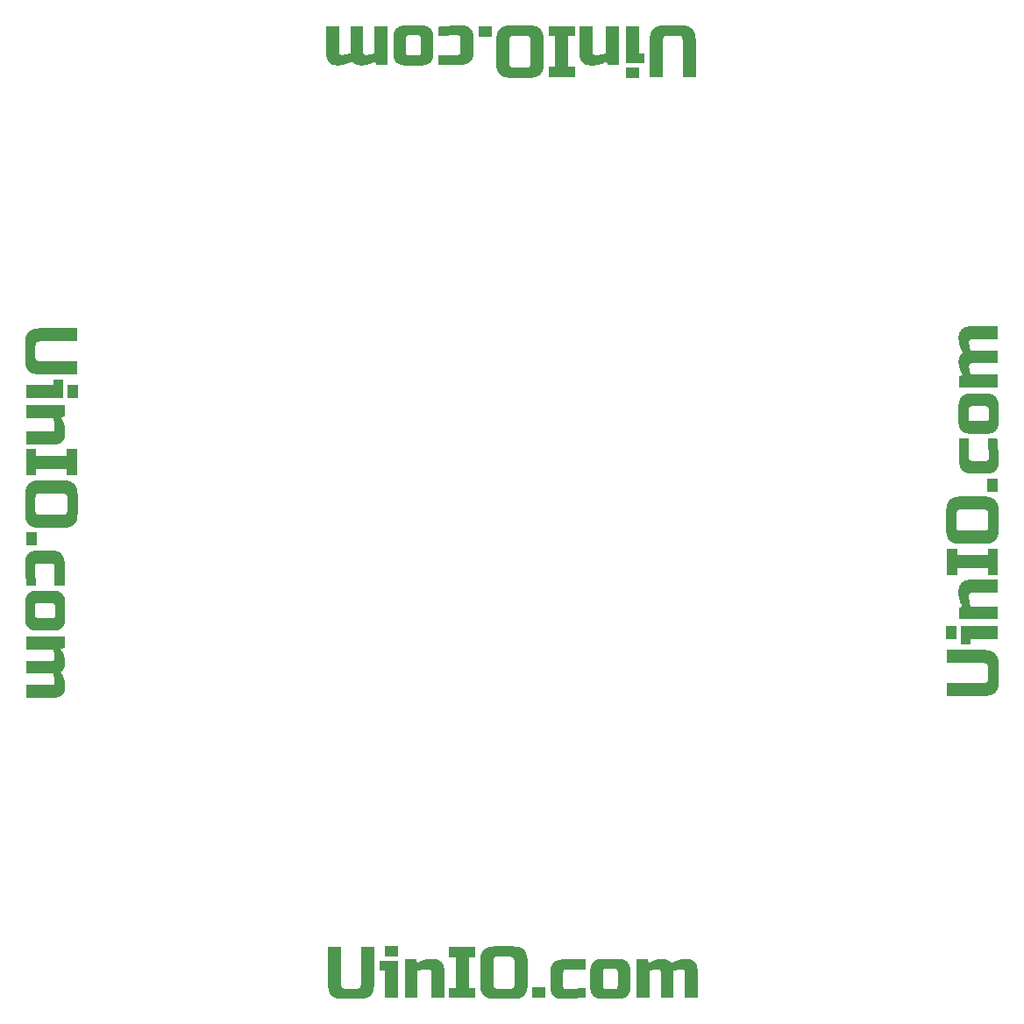
<source format=gto>
%TF.GenerationSoftware,KiCad,Pcbnew,7.0.7*%
%TF.CreationDate,2023-08-30T20:40:50+08:00*%
%TF.ProjectId,_____,0aa5e55c-f02e-46b6-9963-61645f706362,rev?*%
%TF.SameCoordinates,PX65bf5d0PY352fb90*%
%TF.FileFunction,Legend,Top*%
%TF.FilePolarity,Positive*%
%FSLAX46Y46*%
G04 Gerber Fmt 4.6, Leading zero omitted, Abs format (unit mm)*
G04 Created by KiCad (PCBNEW 7.0.7) date 2023-08-30 20:40:50*
%MOMM*%
%LPD*%
G01*
G04 APERTURE LIST*
%ADD10C,0.150000*%
G04 APERTURE END LIST*
D10*
G36*
X59593739Y-7998394D02*
G01*
X58328561Y-7998394D01*
X58328561Y-4410467D01*
X58329868Y-4319839D01*
X58333789Y-4232360D01*
X58340325Y-4148030D01*
X58349474Y-4066848D01*
X58361238Y-3988814D01*
X58375616Y-3913929D01*
X58392608Y-3842192D01*
X58412214Y-3773604D01*
X58434435Y-3708164D01*
X58459269Y-3645872D01*
X58486718Y-3586729D01*
X58516781Y-3530735D01*
X58549458Y-3477889D01*
X58584749Y-3428191D01*
X58622654Y-3381642D01*
X58663174Y-3338241D01*
X58706432Y-3297721D01*
X58752857Y-3259816D01*
X58802449Y-3224525D01*
X58855210Y-3191848D01*
X58911138Y-3161785D01*
X58970233Y-3134336D01*
X59032496Y-3109502D01*
X59097926Y-3087281D01*
X59166524Y-3067675D01*
X59238289Y-3050683D01*
X59313222Y-3036305D01*
X59391323Y-3024541D01*
X59472591Y-3015392D01*
X59557026Y-3008856D01*
X59644629Y-3004935D01*
X59735400Y-3003628D01*
X61352288Y-3003628D01*
X61443063Y-3004935D01*
X61530680Y-3008856D01*
X61615140Y-3015392D01*
X61696441Y-3024541D01*
X61774584Y-3036305D01*
X61849570Y-3050683D01*
X61921397Y-3067675D01*
X61990067Y-3087281D01*
X62055578Y-3109502D01*
X62117932Y-3134336D01*
X62177127Y-3161785D01*
X62233165Y-3191848D01*
X62286044Y-3224525D01*
X62335766Y-3259816D01*
X62382329Y-3297721D01*
X62425735Y-3338241D01*
X62466107Y-3381642D01*
X62503874Y-3428191D01*
X62539036Y-3477889D01*
X62571594Y-3530735D01*
X62601547Y-3586729D01*
X62628895Y-3645872D01*
X62653639Y-3708164D01*
X62675779Y-3773604D01*
X62695313Y-3842192D01*
X62712243Y-3913929D01*
X62726569Y-3988814D01*
X62738289Y-4066848D01*
X62747406Y-4148030D01*
X62753917Y-4232360D01*
X62757824Y-4319839D01*
X62759126Y-4410467D01*
X62759126Y-7998394D01*
X61493948Y-7998394D01*
X61493948Y-4410467D01*
X61492298Y-4359448D01*
X61483633Y-4289091D01*
X61467540Y-4226140D01*
X61444019Y-4170595D01*
X61413072Y-4122456D01*
X61374696Y-4081723D01*
X61328894Y-4048396D01*
X61275664Y-4022475D01*
X61215006Y-4003960D01*
X61146921Y-3992851D01*
X61097404Y-3989559D01*
X61071408Y-3989148D01*
X60016279Y-3989148D01*
X59965112Y-3990794D01*
X59894551Y-3999434D01*
X59831418Y-4015480D01*
X59775712Y-4038933D01*
X59727433Y-4069791D01*
X59686582Y-4108055D01*
X59653159Y-4153726D01*
X59627163Y-4206802D01*
X59608594Y-4267284D01*
X59597453Y-4335173D01*
X59594152Y-4384546D01*
X59593739Y-4410467D01*
X59593739Y-7998394D01*
G37*
G36*
X56036342Y-6662386D02*
G01*
X56036342Y-3074459D01*
X57267326Y-3074459D01*
X57267326Y-5712281D01*
X57794891Y-5712281D01*
X57794891Y-6662386D01*
X56036342Y-6662386D01*
G37*
G36*
X57267326Y-8069225D02*
G01*
X56036342Y-8069225D01*
X56036342Y-7083705D01*
X57267326Y-7083705D01*
X57267326Y-8069225D01*
G37*
G36*
X53271513Y-5852721D02*
G01*
X53342221Y-5851487D01*
X53414667Y-5847784D01*
X53463931Y-5843943D01*
X53513967Y-5839006D01*
X53564776Y-5832972D01*
X53616358Y-5825840D01*
X53668713Y-5817611D01*
X53721840Y-5808285D01*
X53775741Y-5797862D01*
X53830414Y-5786341D01*
X53885860Y-5773724D01*
X53942079Y-5760009D01*
X53999070Y-5745197D01*
X54056835Y-5729288D01*
X54115372Y-5712281D01*
X54115372Y-3074459D01*
X55346356Y-3074459D01*
X55346356Y-6802826D01*
X54255812Y-6802826D01*
X54186202Y-6451116D01*
X54144767Y-6477835D01*
X54103198Y-6503647D01*
X54040594Y-6540666D01*
X53977690Y-6575646D01*
X53914485Y-6608587D01*
X53850979Y-6639488D01*
X53787173Y-6668350D01*
X53723066Y-6695173D01*
X53658659Y-6719956D01*
X53593952Y-6742700D01*
X53528944Y-6763404D01*
X53507207Y-6769853D01*
X53442904Y-6788185D01*
X53380511Y-6804715D01*
X53320029Y-6819441D01*
X53261457Y-6832364D01*
X53204796Y-6843483D01*
X53150045Y-6852800D01*
X53097205Y-6860313D01*
X53046275Y-6866023D01*
X52997256Y-6869930D01*
X52934869Y-6872335D01*
X52919803Y-6872435D01*
X52603509Y-6872435D01*
X52544413Y-6871309D01*
X52486807Y-6867932D01*
X52430688Y-6862303D01*
X52376058Y-6854422D01*
X52322916Y-6844290D01*
X52271262Y-6831906D01*
X52221097Y-6817270D01*
X52172420Y-6800383D01*
X52125232Y-6781244D01*
X52079532Y-6759854D01*
X52035320Y-6736212D01*
X51992596Y-6710319D01*
X51951361Y-6682173D01*
X51911615Y-6651777D01*
X51873356Y-6619128D01*
X51836586Y-6584228D01*
X51801686Y-6547458D01*
X51769038Y-6509200D01*
X51738641Y-6469453D01*
X51710496Y-6428218D01*
X51684602Y-6385495D01*
X51660960Y-6341283D01*
X51639570Y-6295583D01*
X51620431Y-6248394D01*
X51603544Y-6199717D01*
X51588909Y-6149552D01*
X51576525Y-6097899D01*
X51566393Y-6044757D01*
X51558512Y-5990127D01*
X51552883Y-5934008D01*
X51549505Y-5876401D01*
X51548380Y-5817306D01*
X51548380Y-3074459D01*
X52779364Y-3074459D01*
X52779364Y-5607257D01*
X52783791Y-5657556D01*
X52799354Y-5708850D01*
X52826123Y-5754542D01*
X52850194Y-5781890D01*
X52892151Y-5816130D01*
X52939710Y-5839164D01*
X52992872Y-5850992D01*
X53024828Y-5852721D01*
X53271513Y-5852721D01*
G37*
G36*
X48549078Y-3074459D02*
G01*
X51080655Y-3074459D01*
X51080655Y-4058757D01*
X50448066Y-4058757D01*
X50448066Y-7014096D01*
X51080655Y-7014096D01*
X51080655Y-7998394D01*
X48549078Y-7998394D01*
X48549078Y-7014096D01*
X49181667Y-7014096D01*
X49181667Y-4058757D01*
X48549078Y-4058757D01*
X48549078Y-3074459D01*
G37*
G36*
X46759035Y-3004935D02*
G01*
X46846514Y-3008856D01*
X46930845Y-3015392D01*
X47012027Y-3024541D01*
X47090060Y-3036305D01*
X47164946Y-3050683D01*
X47236682Y-3067675D01*
X47305271Y-3087281D01*
X47370711Y-3109502D01*
X47433002Y-3134336D01*
X47492145Y-3161785D01*
X47548140Y-3191848D01*
X47600986Y-3224525D01*
X47650684Y-3259816D01*
X47697233Y-3297721D01*
X47740634Y-3338241D01*
X47781153Y-3381642D01*
X47819059Y-3428191D01*
X47854350Y-3477889D01*
X47887027Y-3530735D01*
X47917090Y-3586729D01*
X47944538Y-3645872D01*
X47969373Y-3708164D01*
X47991593Y-3773604D01*
X48011199Y-3842192D01*
X48028191Y-3913929D01*
X48042569Y-3988814D01*
X48054333Y-4066848D01*
X48063483Y-4148030D01*
X48070018Y-4232360D01*
X48073939Y-4319839D01*
X48075246Y-4410467D01*
X48075246Y-6662386D01*
X48073939Y-6753013D01*
X48070018Y-6840492D01*
X48063483Y-6924823D01*
X48054333Y-7006005D01*
X48042569Y-7084039D01*
X48028191Y-7158924D01*
X48011199Y-7230661D01*
X47991593Y-7299249D01*
X47969373Y-7364689D01*
X47944538Y-7426981D01*
X47917090Y-7486124D01*
X47887027Y-7542118D01*
X47854350Y-7594964D01*
X47819059Y-7644662D01*
X47781153Y-7691211D01*
X47740634Y-7734612D01*
X47697233Y-7775132D01*
X47650684Y-7813037D01*
X47600986Y-7848328D01*
X47548140Y-7881005D01*
X47492145Y-7911068D01*
X47433002Y-7938517D01*
X47370711Y-7963351D01*
X47305271Y-7985572D01*
X47236682Y-8005178D01*
X47164946Y-8022170D01*
X47090060Y-8036548D01*
X47012027Y-8048311D01*
X46930845Y-8057461D01*
X46846514Y-8063996D01*
X46759035Y-8067918D01*
X46668408Y-8069225D01*
X44909859Y-8069225D01*
X44819089Y-8067918D01*
X44731485Y-8063996D01*
X44647050Y-8057461D01*
X44565782Y-8048311D01*
X44487682Y-8036548D01*
X44412749Y-8022170D01*
X44340983Y-8005178D01*
X44272385Y-7985572D01*
X44206955Y-7963351D01*
X44144692Y-7938517D01*
X44085597Y-7911068D01*
X44029669Y-7881005D01*
X43976909Y-7848328D01*
X43927316Y-7813037D01*
X43880891Y-7775132D01*
X43837633Y-7734612D01*
X43797113Y-7691211D01*
X43759208Y-7644662D01*
X43723917Y-7594964D01*
X43691240Y-7542118D01*
X43661177Y-7486124D01*
X43633728Y-7426981D01*
X43608894Y-7364689D01*
X43586673Y-7299249D01*
X43567067Y-7230661D01*
X43550075Y-7158924D01*
X43535697Y-7084039D01*
X43523934Y-7006005D01*
X43514784Y-6924823D01*
X43508249Y-6840492D01*
X43504327Y-6753013D01*
X43503020Y-6662386D01*
X44768198Y-6662386D01*
X44769849Y-6713405D01*
X44778514Y-6783762D01*
X44794607Y-6846713D01*
X44818127Y-6902258D01*
X44849075Y-6950397D01*
X44887450Y-6991130D01*
X44933253Y-7024457D01*
X44986483Y-7050378D01*
X45047141Y-7068893D01*
X45115226Y-7080002D01*
X45164742Y-7083293D01*
X45190738Y-7083705D01*
X46386307Y-7083705D01*
X46437474Y-7082059D01*
X46508035Y-7073419D01*
X46571168Y-7057372D01*
X46626874Y-7033920D01*
X46675153Y-7003062D01*
X46716004Y-6964797D01*
X46749428Y-6919127D01*
X46775424Y-6866051D01*
X46793992Y-6805569D01*
X46805134Y-6737680D01*
X46808435Y-6688307D01*
X46808847Y-6662386D01*
X46808847Y-4410467D01*
X46807197Y-4359448D01*
X46798531Y-4289091D01*
X46782438Y-4226140D01*
X46758918Y-4170595D01*
X46727970Y-4122456D01*
X46689595Y-4081723D01*
X46643793Y-4048396D01*
X46590562Y-4022475D01*
X46529905Y-4003960D01*
X46461820Y-3992851D01*
X46412303Y-3989559D01*
X46386307Y-3989148D01*
X45190738Y-3989148D01*
X45139571Y-3990794D01*
X45069011Y-3999434D01*
X45005877Y-4015480D01*
X44950171Y-4038933D01*
X44901893Y-4069791D01*
X44861042Y-4108055D01*
X44827618Y-4153726D01*
X44801622Y-4206802D01*
X44783053Y-4267284D01*
X44771912Y-4335173D01*
X44768611Y-4384546D01*
X44768198Y-4410467D01*
X44768198Y-6662386D01*
X43503020Y-6662386D01*
X43503020Y-4410467D01*
X43504327Y-4319839D01*
X43508249Y-4232360D01*
X43514784Y-4148030D01*
X43523934Y-4066848D01*
X43535697Y-3988814D01*
X43550075Y-3913929D01*
X43567067Y-3842192D01*
X43586673Y-3773604D01*
X43608894Y-3708164D01*
X43633728Y-3645872D01*
X43661177Y-3586729D01*
X43691240Y-3530735D01*
X43723917Y-3477889D01*
X43759208Y-3428191D01*
X43797113Y-3381642D01*
X43837633Y-3338241D01*
X43880891Y-3297721D01*
X43927316Y-3259816D01*
X43976909Y-3224525D01*
X44029669Y-3191848D01*
X44085597Y-3161785D01*
X44144692Y-3134336D01*
X44206955Y-3109502D01*
X44272385Y-3087281D01*
X44340983Y-3067675D01*
X44412749Y-3050683D01*
X44487682Y-3036305D01*
X44565782Y-3024541D01*
X44647050Y-3015392D01*
X44731485Y-3008856D01*
X44819089Y-3004935D01*
X44909859Y-3003628D01*
X46668408Y-3003628D01*
X46759035Y-3004935D01*
G37*
G36*
X43035295Y-4129588D02*
G01*
X41768896Y-4129588D01*
X41768896Y-3074459D01*
X43035295Y-3074459D01*
X43035295Y-4129588D01*
G37*
G36*
X37908638Y-3145289D02*
G01*
X37990539Y-3136573D01*
X38071837Y-3128135D01*
X38152531Y-3119973D01*
X38232622Y-3112087D01*
X38312110Y-3104478D01*
X38390994Y-3097146D01*
X38469274Y-3090091D01*
X38546951Y-3083312D01*
X38624025Y-3076810D01*
X38700495Y-3070585D01*
X38776362Y-3064636D01*
X38851625Y-3058964D01*
X38926285Y-3053569D01*
X39000341Y-3048450D01*
X39073794Y-3043609D01*
X39146644Y-3039043D01*
X39218890Y-3034755D01*
X39290532Y-3030743D01*
X39361572Y-3027008D01*
X39432007Y-3023549D01*
X39501839Y-3020367D01*
X39571068Y-3017462D01*
X39639694Y-3014834D01*
X39707715Y-3012482D01*
X39775134Y-3010407D01*
X39841949Y-3008608D01*
X39908160Y-3007087D01*
X39973768Y-3005842D01*
X40038773Y-3004873D01*
X40103174Y-3004181D01*
X40166972Y-3003766D01*
X40230166Y-3003628D01*
X40289118Y-3004754D01*
X40346601Y-3008131D01*
X40402615Y-3013760D01*
X40457159Y-3021641D01*
X40510234Y-3031773D01*
X40561840Y-3044157D01*
X40611977Y-3058793D01*
X40660644Y-3075680D01*
X40707842Y-3094818D01*
X40753571Y-3116209D01*
X40797830Y-3139851D01*
X40840621Y-3165744D01*
X40881942Y-3193889D01*
X40921793Y-3224286D01*
X40960176Y-3256935D01*
X40997089Y-3291835D01*
X41031989Y-3328748D01*
X41064637Y-3367130D01*
X41095034Y-3406982D01*
X41123179Y-3448303D01*
X41149073Y-3491093D01*
X41172715Y-3535352D01*
X41194105Y-3581081D01*
X41213244Y-3628279D01*
X41230131Y-3676946D01*
X41244766Y-3727083D01*
X41257150Y-3778689D01*
X41267282Y-3831764D01*
X41275163Y-3886308D01*
X41280792Y-3942322D01*
X41284169Y-3999805D01*
X41285295Y-4058757D01*
X41285295Y-5676866D01*
X41284127Y-5741920D01*
X41280620Y-5805189D01*
X41274777Y-5866674D01*
X41266595Y-5926375D01*
X41256077Y-5984292D01*
X41243221Y-6040425D01*
X41228027Y-6094774D01*
X41210496Y-6147339D01*
X41190627Y-6198119D01*
X41168421Y-6247116D01*
X41143878Y-6294328D01*
X41116997Y-6339756D01*
X41087778Y-6383400D01*
X41056222Y-6425260D01*
X41022329Y-6465336D01*
X40986098Y-6503628D01*
X40947806Y-6539859D01*
X40907730Y-6573752D01*
X40865870Y-6605308D01*
X40822226Y-6634527D01*
X40776798Y-6661408D01*
X40729586Y-6685952D01*
X40680589Y-6708158D01*
X40629809Y-6728026D01*
X40577244Y-6745557D01*
X40522895Y-6760751D01*
X40466762Y-6773607D01*
X40408845Y-6784126D01*
X40349144Y-6792307D01*
X40287659Y-6798151D01*
X40224389Y-6801657D01*
X40159336Y-6802826D01*
X37908638Y-6802826D01*
X37908638Y-5852721D01*
X39772211Y-5852721D01*
X39822625Y-5850252D01*
X39882131Y-5839280D01*
X39932821Y-5819531D01*
X39974695Y-5791004D01*
X40007754Y-5753700D01*
X40031997Y-5707618D01*
X40047424Y-5652759D01*
X40054036Y-5589122D01*
X40054311Y-5571842D01*
X40054311Y-4200418D01*
X40049884Y-4149509D01*
X40034321Y-4097527D01*
X40007552Y-4051148D01*
X39983481Y-4023342D01*
X39940934Y-3989693D01*
X39892977Y-3967056D01*
X39839611Y-3955432D01*
X39807626Y-3953733D01*
X39726077Y-3954143D01*
X39639575Y-3955374D01*
X39548123Y-3957425D01*
X39451718Y-3960297D01*
X39401659Y-3962040D01*
X39350362Y-3963989D01*
X39297828Y-3966143D01*
X39244055Y-3968502D01*
X39189044Y-3971066D01*
X39132795Y-3973835D01*
X39075309Y-3976809D01*
X39016585Y-3979989D01*
X38956622Y-3983373D01*
X38895422Y-3986963D01*
X38832984Y-3990758D01*
X38769308Y-3994758D01*
X38704394Y-3998963D01*
X38638242Y-4003373D01*
X38570852Y-4007989D01*
X38502224Y-4012809D01*
X38432359Y-4017835D01*
X38361255Y-4023065D01*
X38288914Y-4028501D01*
X38215334Y-4034142D01*
X38140517Y-4039988D01*
X38064462Y-4046039D01*
X37987169Y-4052296D01*
X37908638Y-4058757D01*
X37908638Y-3145289D01*
G37*
G36*
X36375122Y-3004797D02*
G01*
X36438391Y-3008303D01*
X36499877Y-3014147D01*
X36559578Y-3022328D01*
X36617495Y-3032847D01*
X36673628Y-3045703D01*
X36727977Y-3060896D01*
X36780541Y-3078427D01*
X36831322Y-3098296D01*
X36880318Y-3120502D01*
X36927531Y-3145046D01*
X36972959Y-3171927D01*
X37016603Y-3201145D01*
X37058463Y-3232701D01*
X37098539Y-3266595D01*
X37136830Y-3302826D01*
X37173061Y-3341117D01*
X37206955Y-3381193D01*
X37238511Y-3423053D01*
X37267729Y-3466697D01*
X37294610Y-3512125D01*
X37319154Y-3559338D01*
X37341360Y-3608334D01*
X37361229Y-3659115D01*
X37378760Y-3711680D01*
X37393953Y-3766028D01*
X37406809Y-3822161D01*
X37417328Y-3880078D01*
X37425509Y-3939779D01*
X37431353Y-4001265D01*
X37434859Y-4064534D01*
X37436028Y-4129588D01*
X37436028Y-5747696D01*
X37434859Y-5812745D01*
X37431353Y-5876000D01*
X37425509Y-5937462D01*
X37417328Y-5997129D01*
X37406809Y-6055004D01*
X37393953Y-6111084D01*
X37378760Y-6165371D01*
X37361229Y-6217864D01*
X37341360Y-6268563D01*
X37319154Y-6317469D01*
X37294610Y-6364581D01*
X37267729Y-6409900D01*
X37238511Y-6453425D01*
X37206955Y-6495156D01*
X37173061Y-6535093D01*
X37136830Y-6573237D01*
X37098539Y-6609468D01*
X37058463Y-6643362D01*
X37016603Y-6674918D01*
X36972959Y-6704136D01*
X36927531Y-6731017D01*
X36880318Y-6755561D01*
X36831322Y-6777767D01*
X36780541Y-6797635D01*
X36727977Y-6815167D01*
X36673628Y-6830360D01*
X36617495Y-6843216D01*
X36559578Y-6853735D01*
X36499877Y-6861916D01*
X36438391Y-6867760D01*
X36375122Y-6871266D01*
X36310068Y-6872435D01*
X34691960Y-6872435D01*
X34626911Y-6871266D01*
X34563656Y-6867760D01*
X34502194Y-6861916D01*
X34442527Y-6853735D01*
X34384652Y-6843216D01*
X34328572Y-6830360D01*
X34274285Y-6815167D01*
X34221792Y-6797635D01*
X34171093Y-6777767D01*
X34122187Y-6755561D01*
X34075075Y-6731017D01*
X34029756Y-6704136D01*
X33986231Y-6674918D01*
X33944500Y-6643362D01*
X33904563Y-6609468D01*
X33866419Y-6573237D01*
X33830188Y-6535093D01*
X33796294Y-6495156D01*
X33764738Y-6453425D01*
X33735520Y-6409900D01*
X33708639Y-6364581D01*
X33684095Y-6317469D01*
X33661889Y-6268563D01*
X33642021Y-6217864D01*
X33624490Y-6165371D01*
X33609296Y-6111084D01*
X33596440Y-6055004D01*
X33585921Y-5997129D01*
X33577740Y-5937462D01*
X33571896Y-5876000D01*
X33568390Y-5812745D01*
X33567221Y-5747696D01*
X33567221Y-5641451D01*
X34798205Y-5641451D01*
X34800674Y-5691865D01*
X34811646Y-5751371D01*
X34831395Y-5802061D01*
X34859922Y-5843935D01*
X34897226Y-5876994D01*
X34943308Y-5901237D01*
X34998167Y-5916664D01*
X35061804Y-5923276D01*
X35079085Y-5923551D01*
X35922944Y-5923551D01*
X35973358Y-5921072D01*
X36032864Y-5910052D01*
X36083553Y-5890217D01*
X36125428Y-5861566D01*
X36158486Y-5824100D01*
X36182729Y-5777818D01*
X36198157Y-5722720D01*
X36204769Y-5658807D01*
X36205044Y-5641451D01*
X36205044Y-4234612D01*
X36202565Y-4184416D01*
X36191545Y-4125168D01*
X36171710Y-4074697D01*
X36143059Y-4033004D01*
X36105593Y-4000089D01*
X36059310Y-3975951D01*
X36004213Y-3960590D01*
X35940299Y-3954007D01*
X35922944Y-3953733D01*
X35079085Y-3953733D01*
X35028888Y-3956201D01*
X34969640Y-3967173D01*
X34919170Y-3986923D01*
X34877477Y-4015449D01*
X34844561Y-4052754D01*
X34820423Y-4098835D01*
X34805063Y-4153695D01*
X34798480Y-4217331D01*
X34798205Y-4234612D01*
X34798205Y-5641451D01*
X33567221Y-5641451D01*
X33567221Y-4129588D01*
X33568390Y-4064534D01*
X33571896Y-4001265D01*
X33577740Y-3939779D01*
X33585921Y-3880078D01*
X33596440Y-3822161D01*
X33609296Y-3766028D01*
X33624490Y-3711680D01*
X33642021Y-3659115D01*
X33661889Y-3608334D01*
X33684095Y-3559338D01*
X33708639Y-3512125D01*
X33735520Y-3466697D01*
X33764738Y-3423053D01*
X33796294Y-3381193D01*
X33830188Y-3341117D01*
X33866419Y-3302826D01*
X33904563Y-3266595D01*
X33944500Y-3232701D01*
X33986231Y-3201145D01*
X34029756Y-3171927D01*
X34075075Y-3145046D01*
X34122187Y-3120502D01*
X34171093Y-3098296D01*
X34221792Y-3078427D01*
X34274285Y-3060896D01*
X34328572Y-3045703D01*
X34384652Y-3032847D01*
X34442527Y-3022328D01*
X34502194Y-3014147D01*
X34563656Y-3008303D01*
X34626911Y-3004797D01*
X34691960Y-3003628D01*
X36310068Y-3003628D01*
X36375122Y-3004797D01*
G37*
G36*
X30461673Y-6872435D02*
G01*
X30391549Y-6870789D01*
X30323447Y-6865852D01*
X30257368Y-6857623D01*
X30193312Y-6846102D01*
X30131278Y-6831290D01*
X30071267Y-6813187D01*
X30013278Y-6791792D01*
X29957312Y-6767105D01*
X29903369Y-6739127D01*
X29851448Y-6707857D01*
X29801550Y-6673296D01*
X29753675Y-6635443D01*
X29707822Y-6594298D01*
X29663992Y-6549862D01*
X29622184Y-6502135D01*
X29582399Y-6451116D01*
X29521259Y-6490854D01*
X29459195Y-6528553D01*
X29396208Y-6564213D01*
X29332298Y-6597833D01*
X29267465Y-6629414D01*
X29201710Y-6658956D01*
X29135031Y-6686458D01*
X29067428Y-6711921D01*
X28998903Y-6735345D01*
X28929455Y-6756729D01*
X28882643Y-6769853D01*
X28812827Y-6788185D01*
X28744427Y-6804715D01*
X28677444Y-6819441D01*
X28611877Y-6832364D01*
X28547728Y-6843483D01*
X28484995Y-6852800D01*
X28423679Y-6860313D01*
X28363780Y-6866023D01*
X28305298Y-6869930D01*
X28248232Y-6872034D01*
X28210976Y-6872435D01*
X28140145Y-6872435D01*
X28081198Y-6871309D01*
X28023729Y-6867932D01*
X27967739Y-6862303D01*
X27913228Y-6854422D01*
X27860196Y-6844290D01*
X27808643Y-6831906D01*
X27758568Y-6817270D01*
X27709973Y-6800383D01*
X27662856Y-6781244D01*
X27617217Y-6759854D01*
X27573058Y-6736212D01*
X27530378Y-6710319D01*
X27489176Y-6682173D01*
X27449453Y-6651777D01*
X27411209Y-6619128D01*
X27374444Y-6584228D01*
X27339396Y-6547458D01*
X27306609Y-6509200D01*
X27276084Y-6469453D01*
X27247819Y-6428218D01*
X27221816Y-6385495D01*
X27198074Y-6341283D01*
X27176593Y-6295583D01*
X27157373Y-6248394D01*
X27140414Y-6199717D01*
X27125717Y-6149552D01*
X27113281Y-6097899D01*
X27103105Y-6044757D01*
X27095191Y-5990127D01*
X27089538Y-5934008D01*
X27086147Y-5876401D01*
X27085016Y-5817306D01*
X27085016Y-3074459D01*
X28316000Y-3074459D01*
X28316000Y-5607257D01*
X28320427Y-5657556D01*
X28335990Y-5708850D01*
X28362759Y-5754542D01*
X28386830Y-5781890D01*
X28429377Y-5816130D01*
X28477334Y-5839164D01*
X28530700Y-5850992D01*
X28562685Y-5852721D01*
X28598101Y-5852721D01*
X28658951Y-5851487D01*
X28722893Y-5847784D01*
X28789927Y-5841612D01*
X28860051Y-5832972D01*
X28908518Y-5825840D01*
X28958359Y-5817611D01*
X29009573Y-5808285D01*
X29062162Y-5797862D01*
X29116124Y-5786341D01*
X29171461Y-5773724D01*
X29228171Y-5760009D01*
X29286255Y-5745197D01*
X29345713Y-5729288D01*
X29406544Y-5712281D01*
X29406544Y-3074459D01*
X30637528Y-3074459D01*
X30637528Y-5607257D01*
X30641955Y-5657556D01*
X30657519Y-5708850D01*
X30684287Y-5754542D01*
X30708359Y-5781890D01*
X30750412Y-5816130D01*
X30798261Y-5839164D01*
X30851906Y-5850992D01*
X30884214Y-5852721D01*
X30919629Y-5852721D01*
X30980480Y-5851487D01*
X31044422Y-5847784D01*
X31111455Y-5841612D01*
X31181579Y-5832972D01*
X31230046Y-5825840D01*
X31279887Y-5817611D01*
X31331102Y-5808285D01*
X31383690Y-5797862D01*
X31437653Y-5786341D01*
X31492989Y-5773724D01*
X31549699Y-5760009D01*
X31607783Y-5745197D01*
X31667241Y-5729288D01*
X31728073Y-5712281D01*
X31728073Y-3074459D01*
X32959057Y-3074459D01*
X32959057Y-6802826D01*
X31868512Y-6802826D01*
X31798903Y-6451116D01*
X31757468Y-6477835D01*
X31715899Y-6503647D01*
X31653295Y-6540666D01*
X31590390Y-6575646D01*
X31527185Y-6608587D01*
X31463680Y-6639488D01*
X31399874Y-6668350D01*
X31335767Y-6695173D01*
X31271360Y-6719956D01*
X31206652Y-6742700D01*
X31141644Y-6763404D01*
X31119908Y-6769853D01*
X31055605Y-6788185D01*
X30993212Y-6804715D01*
X30932729Y-6819441D01*
X30874158Y-6832364D01*
X30817496Y-6843483D01*
X30762746Y-6852800D01*
X30709906Y-6860313D01*
X30658976Y-6866023D01*
X30609957Y-6869930D01*
X30547570Y-6872335D01*
X30532504Y-6872435D01*
X30461673Y-6872435D01*
G37*
G36*
X2998394Y-35426259D02*
G01*
X2998394Y-36691437D01*
X-589533Y-36691437D01*
X-680161Y-36690130D01*
X-767640Y-36686209D01*
X-851970Y-36679673D01*
X-933152Y-36670524D01*
X-1011186Y-36658760D01*
X-1086071Y-36644382D01*
X-1157808Y-36627390D01*
X-1226396Y-36607784D01*
X-1291836Y-36585563D01*
X-1354128Y-36560729D01*
X-1413271Y-36533280D01*
X-1469265Y-36503217D01*
X-1522111Y-36470540D01*
X-1571809Y-36435249D01*
X-1618358Y-36397344D01*
X-1661759Y-36356824D01*
X-1702279Y-36313566D01*
X-1740184Y-36267141D01*
X-1775475Y-36217549D01*
X-1808152Y-36164788D01*
X-1838215Y-36108860D01*
X-1865664Y-36049765D01*
X-1890498Y-35987502D01*
X-1912719Y-35922072D01*
X-1932325Y-35853474D01*
X-1949317Y-35781709D01*
X-1963695Y-35706776D01*
X-1975459Y-35628675D01*
X-1984608Y-35547407D01*
X-1991144Y-35462972D01*
X-1995065Y-35375369D01*
X-1996372Y-35284598D01*
X-1996372Y-33667710D01*
X-1995065Y-33576935D01*
X-1991144Y-33489318D01*
X-1984608Y-33404858D01*
X-1975459Y-33323557D01*
X-1963695Y-33245414D01*
X-1949317Y-33170428D01*
X-1932325Y-33098601D01*
X-1912719Y-33029931D01*
X-1890498Y-32964420D01*
X-1865664Y-32902066D01*
X-1838215Y-32842871D01*
X-1808152Y-32786833D01*
X-1775475Y-32733954D01*
X-1740184Y-32684232D01*
X-1702279Y-32637669D01*
X-1661759Y-32594263D01*
X-1618358Y-32553891D01*
X-1571809Y-32516124D01*
X-1522111Y-32480962D01*
X-1469265Y-32448404D01*
X-1413271Y-32418451D01*
X-1354128Y-32391103D01*
X-1291836Y-32366359D01*
X-1226396Y-32344219D01*
X-1157808Y-32324685D01*
X-1086071Y-32307755D01*
X-1011186Y-32293429D01*
X-933152Y-32281709D01*
X-851970Y-32272592D01*
X-767640Y-32266081D01*
X-680161Y-32262174D01*
X-589533Y-32260872D01*
X2998394Y-32260872D01*
X2998394Y-33526050D01*
X-589533Y-33526050D01*
X-640552Y-33527700D01*
X-710909Y-33536365D01*
X-773860Y-33552458D01*
X-829405Y-33575979D01*
X-877544Y-33606926D01*
X-918277Y-33645302D01*
X-951604Y-33691104D01*
X-977525Y-33744334D01*
X-996040Y-33804992D01*
X-1007149Y-33873077D01*
X-1010441Y-33922594D01*
X-1010852Y-33948590D01*
X-1010852Y-35003719D01*
X-1009206Y-35054886D01*
X-1000566Y-35125447D01*
X-984520Y-35188580D01*
X-961067Y-35244286D01*
X-930209Y-35292565D01*
X-891945Y-35333416D01*
X-846274Y-35366839D01*
X-793198Y-35392835D01*
X-732716Y-35411404D01*
X-664827Y-35422545D01*
X-615454Y-35425846D01*
X-589533Y-35426259D01*
X2998394Y-35426259D01*
G37*
G36*
X1662386Y-38983656D02*
G01*
X-1925541Y-38983656D01*
X-1925541Y-37752672D01*
X712281Y-37752672D01*
X712281Y-37225107D01*
X1662386Y-37225107D01*
X1662386Y-38983656D01*
G37*
G36*
X3069225Y-37752672D02*
G01*
X3069225Y-38983656D01*
X2083705Y-38983656D01*
X2083705Y-37752672D01*
X3069225Y-37752672D01*
G37*
G36*
X852721Y-41748485D02*
G01*
X851487Y-41677777D01*
X847784Y-41605331D01*
X843943Y-41556067D01*
X839006Y-41506031D01*
X832972Y-41455222D01*
X825840Y-41403640D01*
X817611Y-41351285D01*
X808285Y-41298158D01*
X797862Y-41244257D01*
X786341Y-41189584D01*
X773724Y-41134138D01*
X760009Y-41077919D01*
X745197Y-41020928D01*
X729288Y-40963163D01*
X712281Y-40904626D01*
X-1925541Y-40904626D01*
X-1925541Y-39673642D01*
X1802826Y-39673642D01*
X1802826Y-40764186D01*
X1451116Y-40833796D01*
X1477835Y-40875231D01*
X1503647Y-40916800D01*
X1540666Y-40979404D01*
X1575646Y-41042308D01*
X1608587Y-41105513D01*
X1639488Y-41169019D01*
X1668350Y-41232825D01*
X1695173Y-41296932D01*
X1719956Y-41361339D01*
X1742700Y-41426046D01*
X1763404Y-41491054D01*
X1769853Y-41512791D01*
X1788185Y-41577094D01*
X1804715Y-41639487D01*
X1819441Y-41699969D01*
X1832364Y-41758541D01*
X1843483Y-41815202D01*
X1852800Y-41869953D01*
X1860313Y-41922793D01*
X1866023Y-41973723D01*
X1869930Y-42022742D01*
X1872335Y-42085129D01*
X1872435Y-42100195D01*
X1872435Y-42416489D01*
X1871309Y-42475585D01*
X1867932Y-42533191D01*
X1862303Y-42589310D01*
X1854422Y-42643940D01*
X1844290Y-42697082D01*
X1831906Y-42748736D01*
X1817270Y-42798901D01*
X1800383Y-42847578D01*
X1781244Y-42894766D01*
X1759854Y-42940466D01*
X1736212Y-42984678D01*
X1710319Y-43027402D01*
X1682173Y-43068637D01*
X1651777Y-43108383D01*
X1619128Y-43146642D01*
X1584228Y-43183412D01*
X1547458Y-43218312D01*
X1509200Y-43250960D01*
X1469453Y-43281357D01*
X1428218Y-43309502D01*
X1385495Y-43335396D01*
X1341283Y-43359038D01*
X1295583Y-43380428D01*
X1248394Y-43399567D01*
X1199717Y-43416454D01*
X1149552Y-43431089D01*
X1097899Y-43443473D01*
X1044757Y-43453605D01*
X990127Y-43461486D01*
X934008Y-43467115D01*
X876401Y-43470493D01*
X817306Y-43471618D01*
X-1925541Y-43471618D01*
X-1925541Y-42240634D01*
X607257Y-42240634D01*
X657556Y-42236207D01*
X708850Y-42220644D01*
X754542Y-42193875D01*
X781890Y-42169804D01*
X816130Y-42127847D01*
X839164Y-42080288D01*
X850992Y-42027126D01*
X852721Y-41995170D01*
X852721Y-41748485D01*
G37*
G36*
X-1925541Y-46470920D02*
G01*
X-1925541Y-43939343D01*
X-941243Y-43939343D01*
X-941243Y-44571932D01*
X2014096Y-44571932D01*
X2014096Y-43939343D01*
X2998394Y-43939343D01*
X2998394Y-46470920D01*
X2014096Y-46470920D01*
X2014096Y-45838332D01*
X-941243Y-45838332D01*
X-941243Y-46470920D01*
X-1925541Y-46470920D01*
G37*
G36*
X1753013Y-46946059D02*
G01*
X1840492Y-46949980D01*
X1924823Y-46956515D01*
X2006005Y-46965665D01*
X2084039Y-46977429D01*
X2158924Y-46991807D01*
X2230661Y-47008799D01*
X2299249Y-47028405D01*
X2364689Y-47050625D01*
X2426981Y-47075460D01*
X2486124Y-47102908D01*
X2542118Y-47132971D01*
X2594964Y-47165648D01*
X2644662Y-47200939D01*
X2691211Y-47238845D01*
X2734612Y-47279364D01*
X2775132Y-47322765D01*
X2813037Y-47369314D01*
X2848328Y-47419012D01*
X2881005Y-47471858D01*
X2911068Y-47527853D01*
X2938517Y-47586996D01*
X2963351Y-47649287D01*
X2985572Y-47714727D01*
X3005178Y-47783316D01*
X3022170Y-47855052D01*
X3036548Y-47929938D01*
X3048311Y-48007971D01*
X3057461Y-48089153D01*
X3063996Y-48173484D01*
X3067918Y-48260963D01*
X3069225Y-48351590D01*
X3069225Y-50110139D01*
X3067918Y-50200909D01*
X3063996Y-50288513D01*
X3057461Y-50372948D01*
X3048311Y-50454216D01*
X3036548Y-50532316D01*
X3022170Y-50607249D01*
X3005178Y-50679015D01*
X2985572Y-50747613D01*
X2963351Y-50813043D01*
X2938517Y-50875306D01*
X2911068Y-50934401D01*
X2881005Y-50990329D01*
X2848328Y-51043089D01*
X2813037Y-51092682D01*
X2775132Y-51139107D01*
X2734612Y-51182365D01*
X2691211Y-51222885D01*
X2644662Y-51260790D01*
X2594964Y-51296081D01*
X2542118Y-51328758D01*
X2486124Y-51358821D01*
X2426981Y-51386270D01*
X2364689Y-51411104D01*
X2299249Y-51433325D01*
X2230661Y-51452931D01*
X2158924Y-51469923D01*
X2084039Y-51484301D01*
X2006005Y-51496064D01*
X1924823Y-51505214D01*
X1840492Y-51511749D01*
X1753013Y-51515671D01*
X1662386Y-51516978D01*
X-589533Y-51516978D01*
X-680161Y-51515671D01*
X-767640Y-51511749D01*
X-851970Y-51505214D01*
X-933152Y-51496064D01*
X-1011186Y-51484301D01*
X-1086071Y-51469923D01*
X-1157808Y-51452931D01*
X-1226396Y-51433325D01*
X-1291836Y-51411104D01*
X-1354128Y-51386270D01*
X-1413271Y-51358821D01*
X-1469265Y-51328758D01*
X-1522111Y-51296081D01*
X-1571809Y-51260790D01*
X-1618358Y-51222885D01*
X-1661759Y-51182365D01*
X-1702279Y-51139107D01*
X-1740184Y-51092682D01*
X-1775475Y-51043089D01*
X-1808152Y-50990329D01*
X-1838215Y-50934401D01*
X-1865664Y-50875306D01*
X-1890498Y-50813043D01*
X-1912719Y-50747613D01*
X-1932325Y-50679015D01*
X-1949317Y-50607249D01*
X-1963695Y-50532316D01*
X-1975459Y-50454216D01*
X-1984608Y-50372948D01*
X-1991144Y-50288513D01*
X-1995065Y-50200909D01*
X-1996372Y-50110139D01*
X-1996372Y-49829260D01*
X-1010852Y-49829260D01*
X-1009206Y-49880427D01*
X-1000566Y-49950987D01*
X-984520Y-50014121D01*
X-961067Y-50069827D01*
X-930209Y-50118105D01*
X-891945Y-50158956D01*
X-846274Y-50192380D01*
X-793198Y-50218376D01*
X-732716Y-50236945D01*
X-664827Y-50248086D01*
X-615454Y-50251387D01*
X-589533Y-50251800D01*
X1662386Y-50251800D01*
X1713405Y-50250149D01*
X1783762Y-50241484D01*
X1846713Y-50225391D01*
X1902258Y-50201871D01*
X1950397Y-50170923D01*
X1991130Y-50132548D01*
X2024457Y-50086745D01*
X2050378Y-50033515D01*
X2068893Y-49972857D01*
X2080002Y-49904772D01*
X2083293Y-49855256D01*
X2083705Y-49829260D01*
X2083705Y-48633691D01*
X2082059Y-48582524D01*
X2073419Y-48511963D01*
X2057372Y-48448830D01*
X2033920Y-48393124D01*
X2003062Y-48344845D01*
X1964797Y-48303994D01*
X1919127Y-48270570D01*
X1866051Y-48244574D01*
X1805569Y-48226006D01*
X1737680Y-48214864D01*
X1688307Y-48211563D01*
X1662386Y-48211151D01*
X-589533Y-48211151D01*
X-640552Y-48212801D01*
X-710909Y-48221467D01*
X-773860Y-48237560D01*
X-829405Y-48261080D01*
X-877544Y-48292028D01*
X-918277Y-48330403D01*
X-951604Y-48376205D01*
X-977525Y-48429436D01*
X-996040Y-48490093D01*
X-1007149Y-48558178D01*
X-1010441Y-48607695D01*
X-1010852Y-48633691D01*
X-1010852Y-49829260D01*
X-1996372Y-49829260D01*
X-1996372Y-48351590D01*
X-1995065Y-48260963D01*
X-1991144Y-48173484D01*
X-1984608Y-48089153D01*
X-1975459Y-48007971D01*
X-1963695Y-47929938D01*
X-1949317Y-47855052D01*
X-1932325Y-47783316D01*
X-1912719Y-47714727D01*
X-1890498Y-47649287D01*
X-1865664Y-47586996D01*
X-1838215Y-47527853D01*
X-1808152Y-47471858D01*
X-1775475Y-47419012D01*
X-1740184Y-47369314D01*
X-1702279Y-47322765D01*
X-1661759Y-47279364D01*
X-1618358Y-47238845D01*
X-1571809Y-47200939D01*
X-1522111Y-47165648D01*
X-1469265Y-47132971D01*
X-1413271Y-47102908D01*
X-1354128Y-47075460D01*
X-1291836Y-47050625D01*
X-1226396Y-47028405D01*
X-1157808Y-47008799D01*
X-1086071Y-46991807D01*
X-1011186Y-46977429D01*
X-933152Y-46965665D01*
X-851970Y-46956515D01*
X-767640Y-46949980D01*
X-680161Y-46946059D01*
X-589533Y-46944752D01*
X1662386Y-46944752D01*
X1753013Y-46946059D01*
G37*
G36*
X-870412Y-51984703D02*
G01*
X-870412Y-53251102D01*
X-1925541Y-53251102D01*
X-1925541Y-51984703D01*
X-870412Y-51984703D01*
G37*
G36*
X-1854711Y-57111360D02*
G01*
X-1863427Y-57029459D01*
X-1871865Y-56948161D01*
X-1880027Y-56867467D01*
X-1887913Y-56787376D01*
X-1895522Y-56707888D01*
X-1902854Y-56629004D01*
X-1909909Y-56550724D01*
X-1916688Y-56473047D01*
X-1923190Y-56395973D01*
X-1929415Y-56319503D01*
X-1935364Y-56243636D01*
X-1941036Y-56168373D01*
X-1946431Y-56093713D01*
X-1951550Y-56019657D01*
X-1956391Y-55946204D01*
X-1960957Y-55873354D01*
X-1965245Y-55801108D01*
X-1969257Y-55729466D01*
X-1972992Y-55658426D01*
X-1976451Y-55587991D01*
X-1979633Y-55518159D01*
X-1982538Y-55448930D01*
X-1985166Y-55380304D01*
X-1987518Y-55312283D01*
X-1989593Y-55244864D01*
X-1991392Y-55178049D01*
X-1992913Y-55111838D01*
X-1994158Y-55046230D01*
X-1995127Y-54981225D01*
X-1995819Y-54916824D01*
X-1996234Y-54853026D01*
X-1996372Y-54789832D01*
X-1995246Y-54730880D01*
X-1991869Y-54673397D01*
X-1986240Y-54617383D01*
X-1978359Y-54562839D01*
X-1968227Y-54509764D01*
X-1955843Y-54458158D01*
X-1941207Y-54408021D01*
X-1924320Y-54359354D01*
X-1905182Y-54312156D01*
X-1883791Y-54266427D01*
X-1860149Y-54222168D01*
X-1834256Y-54179377D01*
X-1806111Y-54138056D01*
X-1775714Y-54098205D01*
X-1743065Y-54059822D01*
X-1708165Y-54022909D01*
X-1671252Y-53988009D01*
X-1632870Y-53955361D01*
X-1593018Y-53924964D01*
X-1551697Y-53896819D01*
X-1508907Y-53870925D01*
X-1464648Y-53847283D01*
X-1418919Y-53825893D01*
X-1371721Y-53806754D01*
X-1323054Y-53789867D01*
X-1272917Y-53775232D01*
X-1221311Y-53762848D01*
X-1168236Y-53752716D01*
X-1113692Y-53744835D01*
X-1057678Y-53739206D01*
X-1000195Y-53735829D01*
X-941243Y-53734703D01*
X676866Y-53734703D01*
X741920Y-53735871D01*
X805189Y-53739378D01*
X866674Y-53745221D01*
X926375Y-53753403D01*
X984292Y-53763921D01*
X1040425Y-53776777D01*
X1094774Y-53791971D01*
X1147339Y-53809502D01*
X1198119Y-53829371D01*
X1247116Y-53851577D01*
X1294328Y-53876120D01*
X1339756Y-53903001D01*
X1383400Y-53932220D01*
X1425260Y-53963776D01*
X1465336Y-53997669D01*
X1503628Y-54033900D01*
X1539859Y-54072192D01*
X1573752Y-54112268D01*
X1605308Y-54154128D01*
X1634527Y-54197772D01*
X1661408Y-54243200D01*
X1685952Y-54290412D01*
X1708158Y-54339409D01*
X1728026Y-54390189D01*
X1745557Y-54442754D01*
X1760751Y-54497103D01*
X1773607Y-54553236D01*
X1784126Y-54611153D01*
X1792307Y-54670854D01*
X1798151Y-54732339D01*
X1801657Y-54795609D01*
X1802826Y-54860662D01*
X1802826Y-57111360D01*
X852721Y-57111360D01*
X852721Y-55247787D01*
X850252Y-55197373D01*
X839280Y-55137867D01*
X819531Y-55087177D01*
X791004Y-55045303D01*
X753700Y-55012244D01*
X707618Y-54988001D01*
X652759Y-54972574D01*
X589122Y-54965962D01*
X571842Y-54965687D01*
X-799582Y-54965687D01*
X-850491Y-54970114D01*
X-902473Y-54985677D01*
X-948852Y-55012446D01*
X-976658Y-55036517D01*
X-1010307Y-55079064D01*
X-1032944Y-55127021D01*
X-1044568Y-55180387D01*
X-1046267Y-55212372D01*
X-1045857Y-55293921D01*
X-1044626Y-55380423D01*
X-1042575Y-55471875D01*
X-1039703Y-55568280D01*
X-1037960Y-55618339D01*
X-1036011Y-55669636D01*
X-1033857Y-55722170D01*
X-1031498Y-55775943D01*
X-1028934Y-55830954D01*
X-1026165Y-55887203D01*
X-1023191Y-55944689D01*
X-1020011Y-56003413D01*
X-1016627Y-56063376D01*
X-1013037Y-56124576D01*
X-1009242Y-56187014D01*
X-1005242Y-56250690D01*
X-1001037Y-56315604D01*
X-996627Y-56381756D01*
X-992011Y-56449146D01*
X-987191Y-56517774D01*
X-982165Y-56587639D01*
X-976935Y-56658743D01*
X-971499Y-56731084D01*
X-965858Y-56804664D01*
X-960012Y-56879481D01*
X-953961Y-56955536D01*
X-947704Y-57032829D01*
X-941243Y-57111360D01*
X-1854711Y-57111360D01*
G37*
G36*
X812745Y-57585139D02*
G01*
X876000Y-57588645D01*
X937462Y-57594489D01*
X997129Y-57602670D01*
X1055004Y-57613189D01*
X1111084Y-57626045D01*
X1165371Y-57641238D01*
X1217864Y-57658769D01*
X1268563Y-57678638D01*
X1317469Y-57700844D01*
X1364581Y-57725388D01*
X1409900Y-57752269D01*
X1453425Y-57781487D01*
X1495156Y-57813043D01*
X1535093Y-57846937D01*
X1573237Y-57883168D01*
X1609468Y-57921459D01*
X1643362Y-57961535D01*
X1674918Y-58003395D01*
X1704136Y-58047039D01*
X1731017Y-58092467D01*
X1755561Y-58139680D01*
X1777767Y-58188676D01*
X1797635Y-58239457D01*
X1815167Y-58292021D01*
X1830360Y-58346370D01*
X1843216Y-58402503D01*
X1853735Y-58460420D01*
X1861916Y-58520121D01*
X1867760Y-58581607D01*
X1871266Y-58644876D01*
X1872435Y-58709930D01*
X1872435Y-60328038D01*
X1871266Y-60393087D01*
X1867760Y-60456342D01*
X1861916Y-60517804D01*
X1853735Y-60577471D01*
X1843216Y-60635346D01*
X1830360Y-60691426D01*
X1815167Y-60745713D01*
X1797635Y-60798206D01*
X1777767Y-60848905D01*
X1755561Y-60897811D01*
X1731017Y-60944923D01*
X1704136Y-60990242D01*
X1674918Y-61033767D01*
X1643362Y-61075498D01*
X1609468Y-61115435D01*
X1573237Y-61153579D01*
X1535093Y-61189810D01*
X1495156Y-61223704D01*
X1453425Y-61255260D01*
X1409900Y-61284478D01*
X1364581Y-61311359D01*
X1317469Y-61335903D01*
X1268563Y-61358109D01*
X1217864Y-61377977D01*
X1165371Y-61395508D01*
X1111084Y-61410702D01*
X1055004Y-61423558D01*
X997129Y-61434077D01*
X937462Y-61442258D01*
X876000Y-61448102D01*
X812745Y-61451608D01*
X747696Y-61452777D01*
X-870412Y-61452777D01*
X-935466Y-61451608D01*
X-998735Y-61448102D01*
X-1060221Y-61442258D01*
X-1119922Y-61434077D01*
X-1177839Y-61423558D01*
X-1233972Y-61410702D01*
X-1288320Y-61395508D01*
X-1340885Y-61377977D01*
X-1391666Y-61358109D01*
X-1440662Y-61335903D01*
X-1487875Y-61311359D01*
X-1533303Y-61284478D01*
X-1576947Y-61255260D01*
X-1618807Y-61223704D01*
X-1658883Y-61189810D01*
X-1697174Y-61153579D01*
X-1733405Y-61115435D01*
X-1767299Y-61075498D01*
X-1798855Y-61033767D01*
X-1828073Y-60990242D01*
X-1854954Y-60944923D01*
X-1879498Y-60897811D01*
X-1901704Y-60848905D01*
X-1921573Y-60798206D01*
X-1939104Y-60745713D01*
X-1954297Y-60691426D01*
X-1967153Y-60635346D01*
X-1977672Y-60577471D01*
X-1985853Y-60517804D01*
X-1991697Y-60456342D01*
X-1995203Y-60393087D01*
X-1996372Y-60328038D01*
X-1996372Y-59940913D01*
X-1046267Y-59940913D01*
X-1043799Y-59991110D01*
X-1032827Y-60050358D01*
X-1013077Y-60100828D01*
X-984551Y-60142521D01*
X-947246Y-60175437D01*
X-901165Y-60199575D01*
X-846305Y-60214935D01*
X-782669Y-60221518D01*
X-765388Y-60221793D01*
X641451Y-60221793D01*
X691865Y-60219324D01*
X751371Y-60208352D01*
X802061Y-60188603D01*
X843935Y-60160076D01*
X876994Y-60122772D01*
X901237Y-60076690D01*
X916664Y-60021831D01*
X923276Y-59958194D01*
X923551Y-59940913D01*
X923551Y-59097054D01*
X921072Y-59046640D01*
X910052Y-58987134D01*
X890217Y-58936445D01*
X861566Y-58894570D01*
X824100Y-58861512D01*
X777818Y-58837269D01*
X722720Y-58821841D01*
X658807Y-58815229D01*
X641451Y-58814954D01*
X-765388Y-58814954D01*
X-815584Y-58817433D01*
X-874832Y-58828453D01*
X-925303Y-58848288D01*
X-966996Y-58876939D01*
X-999911Y-58914405D01*
X-1024049Y-58960688D01*
X-1039410Y-59015785D01*
X-1045993Y-59079699D01*
X-1046267Y-59097054D01*
X-1046267Y-59940913D01*
X-1996372Y-59940913D01*
X-1996372Y-58709930D01*
X-1995203Y-58644876D01*
X-1991697Y-58581607D01*
X-1985853Y-58520121D01*
X-1977672Y-58460420D01*
X-1967153Y-58402503D01*
X-1954297Y-58346370D01*
X-1939104Y-58292021D01*
X-1921573Y-58239457D01*
X-1901704Y-58188676D01*
X-1879498Y-58139680D01*
X-1854954Y-58092467D01*
X-1828073Y-58047039D01*
X-1798855Y-58003395D01*
X-1767299Y-57961535D01*
X-1733405Y-57921459D01*
X-1697174Y-57883168D01*
X-1658883Y-57846937D01*
X-1618807Y-57813043D01*
X-1576947Y-57781487D01*
X-1533303Y-57752269D01*
X-1487875Y-57725388D01*
X-1440662Y-57700844D01*
X-1391666Y-57678638D01*
X-1340885Y-57658769D01*
X-1288320Y-57641238D01*
X-1233972Y-57626045D01*
X-1177839Y-57613189D01*
X-1119922Y-57602670D01*
X-1060221Y-57594489D01*
X-998735Y-57588645D01*
X-935466Y-57585139D01*
X-870412Y-57583970D01*
X747696Y-57583970D01*
X812745Y-57585139D01*
G37*
G36*
X1872435Y-64558325D02*
G01*
X1870789Y-64628449D01*
X1865852Y-64696551D01*
X1857623Y-64762630D01*
X1846102Y-64826686D01*
X1831290Y-64888720D01*
X1813187Y-64948731D01*
X1791792Y-65006720D01*
X1767105Y-65062686D01*
X1739127Y-65116629D01*
X1707857Y-65168550D01*
X1673296Y-65218448D01*
X1635443Y-65266323D01*
X1594298Y-65312176D01*
X1549862Y-65356006D01*
X1502135Y-65397814D01*
X1451116Y-65437599D01*
X1490854Y-65498739D01*
X1528553Y-65560803D01*
X1564213Y-65623790D01*
X1597833Y-65687700D01*
X1629414Y-65752533D01*
X1658956Y-65818288D01*
X1686458Y-65884967D01*
X1711921Y-65952570D01*
X1735345Y-66021095D01*
X1756729Y-66090543D01*
X1769853Y-66137355D01*
X1788185Y-66207171D01*
X1804715Y-66275571D01*
X1819441Y-66342554D01*
X1832364Y-66408121D01*
X1843483Y-66472270D01*
X1852800Y-66535003D01*
X1860313Y-66596319D01*
X1866023Y-66656218D01*
X1869930Y-66714700D01*
X1872034Y-66771766D01*
X1872435Y-66809022D01*
X1872435Y-66879853D01*
X1871309Y-66938800D01*
X1867932Y-66996269D01*
X1862303Y-67052259D01*
X1854422Y-67106770D01*
X1844290Y-67159802D01*
X1831906Y-67211355D01*
X1817270Y-67261430D01*
X1800383Y-67310025D01*
X1781244Y-67357142D01*
X1759854Y-67402781D01*
X1736212Y-67446940D01*
X1710319Y-67489620D01*
X1682173Y-67530822D01*
X1651777Y-67570545D01*
X1619128Y-67608789D01*
X1584228Y-67645554D01*
X1547458Y-67680602D01*
X1509200Y-67713389D01*
X1469453Y-67743914D01*
X1428218Y-67772179D01*
X1385495Y-67798182D01*
X1341283Y-67821924D01*
X1295583Y-67843405D01*
X1248394Y-67862625D01*
X1199717Y-67879584D01*
X1149552Y-67894281D01*
X1097899Y-67906717D01*
X1044757Y-67916893D01*
X990127Y-67924807D01*
X934008Y-67930460D01*
X876401Y-67933851D01*
X817306Y-67934982D01*
X-1925541Y-67934982D01*
X-1925541Y-66703998D01*
X607257Y-66703998D01*
X657556Y-66699571D01*
X708850Y-66684008D01*
X754542Y-66657239D01*
X781890Y-66633168D01*
X816130Y-66590621D01*
X839164Y-66542664D01*
X850992Y-66489298D01*
X852721Y-66457313D01*
X852721Y-66421897D01*
X851487Y-66361047D01*
X847784Y-66297105D01*
X841612Y-66230071D01*
X832972Y-66159947D01*
X825840Y-66111480D01*
X817611Y-66061639D01*
X808285Y-66010425D01*
X797862Y-65957836D01*
X786341Y-65903874D01*
X773724Y-65848537D01*
X760009Y-65791827D01*
X745197Y-65733743D01*
X729288Y-65674285D01*
X712281Y-65613454D01*
X-1925541Y-65613454D01*
X-1925541Y-64382470D01*
X607257Y-64382470D01*
X657556Y-64378043D01*
X708850Y-64362479D01*
X754542Y-64335711D01*
X781890Y-64311639D01*
X816130Y-64269586D01*
X839164Y-64221737D01*
X850992Y-64168092D01*
X852721Y-64135784D01*
X852721Y-64100369D01*
X851487Y-64039518D01*
X847784Y-63975576D01*
X841612Y-63908543D01*
X832972Y-63838419D01*
X825840Y-63789952D01*
X817611Y-63740111D01*
X808285Y-63688896D01*
X797862Y-63636308D01*
X786341Y-63582345D01*
X773724Y-63527009D01*
X760009Y-63470299D01*
X745197Y-63412215D01*
X729288Y-63352757D01*
X712281Y-63291925D01*
X-1925541Y-63291925D01*
X-1925541Y-62060941D01*
X1802826Y-62060941D01*
X1802826Y-63151486D01*
X1451116Y-63221095D01*
X1477835Y-63262530D01*
X1503647Y-63304099D01*
X1540666Y-63366703D01*
X1575646Y-63429608D01*
X1608587Y-63492813D01*
X1639488Y-63556318D01*
X1668350Y-63620124D01*
X1695173Y-63684231D01*
X1719956Y-63748638D01*
X1742700Y-63813346D01*
X1763404Y-63878354D01*
X1769853Y-63900090D01*
X1788185Y-63964393D01*
X1804715Y-64026786D01*
X1819441Y-64087269D01*
X1832364Y-64145840D01*
X1843483Y-64202502D01*
X1852800Y-64257252D01*
X1860313Y-64310092D01*
X1866023Y-64361022D01*
X1869930Y-64410041D01*
X1872335Y-64472428D01*
X1872435Y-64487494D01*
X1872435Y-64558325D01*
G37*
G36*
X87021605Y-64593739D02*
G01*
X87021605Y-63328561D01*
X90609532Y-63328561D01*
X90700160Y-63329868D01*
X90787639Y-63333789D01*
X90871969Y-63340325D01*
X90953151Y-63349474D01*
X91031185Y-63361238D01*
X91106070Y-63375616D01*
X91177807Y-63392608D01*
X91246395Y-63412214D01*
X91311835Y-63434435D01*
X91374127Y-63459269D01*
X91433270Y-63486718D01*
X91489264Y-63516781D01*
X91542110Y-63549458D01*
X91591808Y-63584749D01*
X91638357Y-63622654D01*
X91681758Y-63663174D01*
X91722278Y-63706432D01*
X91760183Y-63752857D01*
X91795474Y-63802449D01*
X91828151Y-63855210D01*
X91858214Y-63911138D01*
X91885663Y-63970233D01*
X91910497Y-64032496D01*
X91932718Y-64097926D01*
X91952324Y-64166524D01*
X91969316Y-64238289D01*
X91983694Y-64313222D01*
X91995458Y-64391323D01*
X92004607Y-64472591D01*
X92011143Y-64557026D01*
X92015064Y-64644629D01*
X92016371Y-64735400D01*
X92016371Y-66352288D01*
X92015064Y-66443063D01*
X92011143Y-66530680D01*
X92004607Y-66615140D01*
X91995458Y-66696441D01*
X91983694Y-66774584D01*
X91969316Y-66849570D01*
X91952324Y-66921397D01*
X91932718Y-66990067D01*
X91910497Y-67055578D01*
X91885663Y-67117932D01*
X91858214Y-67177127D01*
X91828151Y-67233165D01*
X91795474Y-67286044D01*
X91760183Y-67335766D01*
X91722278Y-67382329D01*
X91681758Y-67425735D01*
X91638357Y-67466107D01*
X91591808Y-67503874D01*
X91542110Y-67539036D01*
X91489264Y-67571594D01*
X91433270Y-67601547D01*
X91374127Y-67628895D01*
X91311835Y-67653639D01*
X91246395Y-67675779D01*
X91177807Y-67695313D01*
X91106070Y-67712243D01*
X91031185Y-67726569D01*
X90953151Y-67738289D01*
X90871969Y-67747406D01*
X90787639Y-67753917D01*
X90700160Y-67757824D01*
X90609532Y-67759126D01*
X87021605Y-67759126D01*
X87021605Y-66493948D01*
X90609532Y-66493948D01*
X90660551Y-66492298D01*
X90730908Y-66483633D01*
X90793859Y-66467540D01*
X90849404Y-66444019D01*
X90897543Y-66413072D01*
X90938276Y-66374696D01*
X90971603Y-66328894D01*
X90997524Y-66275664D01*
X91016039Y-66215006D01*
X91027148Y-66146921D01*
X91030440Y-66097404D01*
X91030851Y-66071408D01*
X91030851Y-65016279D01*
X91029205Y-64965112D01*
X91020565Y-64894551D01*
X91004519Y-64831418D01*
X90981066Y-64775712D01*
X90950208Y-64727433D01*
X90911944Y-64686582D01*
X90866273Y-64653159D01*
X90813197Y-64627163D01*
X90752715Y-64608594D01*
X90684826Y-64597453D01*
X90635453Y-64594152D01*
X90609532Y-64593739D01*
X87021605Y-64593739D01*
G37*
G36*
X88357613Y-61036342D02*
G01*
X91945541Y-61036342D01*
X91945541Y-62267326D01*
X89307718Y-62267326D01*
X89307718Y-62794891D01*
X88357613Y-62794891D01*
X88357613Y-61036342D01*
G37*
G36*
X86950774Y-62267326D02*
G01*
X86950774Y-61036342D01*
X87936294Y-61036342D01*
X87936294Y-62267326D01*
X86950774Y-62267326D01*
G37*
G36*
X89167278Y-58271513D02*
G01*
X89168512Y-58342221D01*
X89172215Y-58414667D01*
X89176056Y-58463931D01*
X89180993Y-58513967D01*
X89187027Y-58564776D01*
X89194159Y-58616358D01*
X89202388Y-58668713D01*
X89211714Y-58721840D01*
X89222137Y-58775741D01*
X89233658Y-58830414D01*
X89246275Y-58885860D01*
X89259990Y-58942079D01*
X89274802Y-58999070D01*
X89290711Y-59056835D01*
X89307718Y-59115372D01*
X91945541Y-59115372D01*
X91945541Y-60346356D01*
X88217173Y-60346356D01*
X88217173Y-59255812D01*
X88568883Y-59186202D01*
X88542164Y-59144767D01*
X88516352Y-59103198D01*
X88479333Y-59040594D01*
X88444353Y-58977690D01*
X88411412Y-58914485D01*
X88380511Y-58850979D01*
X88351649Y-58787173D01*
X88324826Y-58723066D01*
X88300043Y-58658659D01*
X88277299Y-58593952D01*
X88256595Y-58528944D01*
X88250146Y-58507207D01*
X88231814Y-58442904D01*
X88215284Y-58380511D01*
X88200558Y-58320029D01*
X88187635Y-58261457D01*
X88176516Y-58204796D01*
X88167199Y-58150045D01*
X88159686Y-58097205D01*
X88153976Y-58046275D01*
X88150069Y-57997256D01*
X88147664Y-57934869D01*
X88147564Y-57919803D01*
X88147564Y-57603509D01*
X88148690Y-57544413D01*
X88152067Y-57486807D01*
X88157696Y-57430688D01*
X88165577Y-57376058D01*
X88175709Y-57322916D01*
X88188093Y-57271262D01*
X88202729Y-57221097D01*
X88219616Y-57172420D01*
X88238755Y-57125232D01*
X88260145Y-57079532D01*
X88283787Y-57035320D01*
X88309680Y-56992596D01*
X88337826Y-56951361D01*
X88368222Y-56911615D01*
X88400871Y-56873356D01*
X88435771Y-56836586D01*
X88472541Y-56801686D01*
X88510799Y-56769038D01*
X88550546Y-56738641D01*
X88591781Y-56710496D01*
X88634504Y-56684602D01*
X88678716Y-56660960D01*
X88724416Y-56639570D01*
X88771605Y-56620431D01*
X88820282Y-56603544D01*
X88870447Y-56588909D01*
X88922100Y-56576525D01*
X88975242Y-56566393D01*
X89029872Y-56558512D01*
X89085991Y-56552883D01*
X89143598Y-56549505D01*
X89202693Y-56548380D01*
X91945541Y-56548380D01*
X91945541Y-57779364D01*
X89412742Y-57779364D01*
X89362443Y-57783791D01*
X89311149Y-57799354D01*
X89265457Y-57826123D01*
X89238109Y-57850194D01*
X89203869Y-57892151D01*
X89180835Y-57939710D01*
X89169007Y-57992872D01*
X89167278Y-58024828D01*
X89167278Y-58271513D01*
G37*
G36*
X91945541Y-53549078D02*
G01*
X91945541Y-56080655D01*
X90961242Y-56080655D01*
X90961242Y-55448066D01*
X88005903Y-55448066D01*
X88005903Y-56080655D01*
X87021605Y-56080655D01*
X87021605Y-53549078D01*
X88005903Y-53549078D01*
X88005903Y-54181667D01*
X90961242Y-54181667D01*
X90961242Y-53549078D01*
X91945541Y-53549078D01*
G37*
G36*
X90700160Y-48504327D02*
G01*
X90787639Y-48508249D01*
X90871969Y-48514784D01*
X90953151Y-48523934D01*
X91031185Y-48535697D01*
X91106070Y-48550075D01*
X91177807Y-48567067D01*
X91246395Y-48586673D01*
X91311835Y-48608894D01*
X91374127Y-48633728D01*
X91433270Y-48661177D01*
X91489264Y-48691240D01*
X91542110Y-48723917D01*
X91591808Y-48759208D01*
X91638357Y-48797113D01*
X91681758Y-48837633D01*
X91722278Y-48880891D01*
X91760183Y-48927316D01*
X91795474Y-48976909D01*
X91828151Y-49029669D01*
X91858214Y-49085597D01*
X91885663Y-49144692D01*
X91910497Y-49206955D01*
X91932718Y-49272385D01*
X91952324Y-49340983D01*
X91969316Y-49412749D01*
X91983694Y-49487682D01*
X91995458Y-49565782D01*
X92004607Y-49647050D01*
X92011143Y-49731485D01*
X92015064Y-49819089D01*
X92016371Y-49909859D01*
X92016371Y-51668408D01*
X92015064Y-51759035D01*
X92011143Y-51846514D01*
X92004607Y-51930845D01*
X91995458Y-52012027D01*
X91983694Y-52090060D01*
X91969316Y-52164946D01*
X91952324Y-52236682D01*
X91932718Y-52305271D01*
X91910497Y-52370711D01*
X91885663Y-52433002D01*
X91858214Y-52492145D01*
X91828151Y-52548140D01*
X91795474Y-52600986D01*
X91760183Y-52650684D01*
X91722278Y-52697233D01*
X91681758Y-52740634D01*
X91638357Y-52781153D01*
X91591808Y-52819059D01*
X91542110Y-52854350D01*
X91489264Y-52887027D01*
X91433270Y-52917090D01*
X91374127Y-52944538D01*
X91311835Y-52969373D01*
X91246395Y-52991593D01*
X91177807Y-53011199D01*
X91106070Y-53028191D01*
X91031185Y-53042569D01*
X90953151Y-53054333D01*
X90871969Y-53063483D01*
X90787639Y-53070018D01*
X90700160Y-53073939D01*
X90609532Y-53075246D01*
X88357613Y-53075246D01*
X88266986Y-53073939D01*
X88179507Y-53070018D01*
X88095176Y-53063483D01*
X88013994Y-53054333D01*
X87935960Y-53042569D01*
X87861075Y-53028191D01*
X87789338Y-53011199D01*
X87720750Y-52991593D01*
X87655310Y-52969373D01*
X87593018Y-52944538D01*
X87533875Y-52917090D01*
X87477881Y-52887027D01*
X87425035Y-52854350D01*
X87375337Y-52819059D01*
X87328788Y-52781153D01*
X87285387Y-52740634D01*
X87244867Y-52697233D01*
X87206962Y-52650684D01*
X87171671Y-52600986D01*
X87138994Y-52548140D01*
X87108931Y-52492145D01*
X87081482Y-52433002D01*
X87056648Y-52370711D01*
X87034427Y-52305271D01*
X87014821Y-52236682D01*
X86997829Y-52164946D01*
X86983451Y-52090060D01*
X86971688Y-52012027D01*
X86962538Y-51930845D01*
X86956003Y-51846514D01*
X86952081Y-51759035D01*
X86950774Y-51668408D01*
X86950774Y-51386307D01*
X87936294Y-51386307D01*
X87937940Y-51437474D01*
X87946580Y-51508035D01*
X87962627Y-51571168D01*
X87986079Y-51626874D01*
X88016937Y-51675153D01*
X88055202Y-51716004D01*
X88100872Y-51749428D01*
X88153948Y-51775424D01*
X88214430Y-51793992D01*
X88282319Y-51805134D01*
X88331692Y-51808435D01*
X88357613Y-51808847D01*
X90609532Y-51808847D01*
X90660551Y-51807197D01*
X90730908Y-51798531D01*
X90793859Y-51782438D01*
X90849404Y-51758918D01*
X90897543Y-51727970D01*
X90938276Y-51689595D01*
X90971603Y-51643793D01*
X90997524Y-51590562D01*
X91016039Y-51529905D01*
X91027148Y-51461820D01*
X91030440Y-51412303D01*
X91030851Y-51386307D01*
X91030851Y-50190738D01*
X91029205Y-50139571D01*
X91020565Y-50069011D01*
X91004519Y-50005877D01*
X90981066Y-49950171D01*
X90950208Y-49901893D01*
X90911944Y-49861042D01*
X90866273Y-49827618D01*
X90813197Y-49801622D01*
X90752715Y-49783053D01*
X90684826Y-49771912D01*
X90635453Y-49768611D01*
X90609532Y-49768198D01*
X88357613Y-49768198D01*
X88306594Y-49769849D01*
X88236237Y-49778514D01*
X88173286Y-49794607D01*
X88117741Y-49818127D01*
X88069602Y-49849075D01*
X88028869Y-49887450D01*
X87995542Y-49933253D01*
X87969621Y-49986483D01*
X87951106Y-50047141D01*
X87939997Y-50115226D01*
X87936706Y-50164742D01*
X87936294Y-50190738D01*
X87936294Y-51386307D01*
X86950774Y-51386307D01*
X86950774Y-49909859D01*
X86952081Y-49819089D01*
X86956003Y-49731485D01*
X86962538Y-49647050D01*
X86971688Y-49565782D01*
X86983451Y-49487682D01*
X86997829Y-49412749D01*
X87014821Y-49340983D01*
X87034427Y-49272385D01*
X87056648Y-49206955D01*
X87081482Y-49144692D01*
X87108931Y-49085597D01*
X87138994Y-49029669D01*
X87171671Y-48976909D01*
X87206962Y-48927316D01*
X87244867Y-48880891D01*
X87285387Y-48837633D01*
X87328788Y-48797113D01*
X87375337Y-48759208D01*
X87425035Y-48723917D01*
X87477881Y-48691240D01*
X87533875Y-48661177D01*
X87593018Y-48633728D01*
X87655310Y-48608894D01*
X87720750Y-48586673D01*
X87789338Y-48567067D01*
X87861075Y-48550075D01*
X87935960Y-48535697D01*
X88013994Y-48523934D01*
X88095176Y-48514784D01*
X88179507Y-48508249D01*
X88266986Y-48504327D01*
X88357613Y-48503020D01*
X90609532Y-48503020D01*
X90700160Y-48504327D01*
G37*
G36*
X90890411Y-48035295D02*
G01*
X90890411Y-46768896D01*
X91945541Y-46768896D01*
X91945541Y-48035295D01*
X90890411Y-48035295D01*
G37*
G36*
X91874710Y-42908638D02*
G01*
X91883426Y-42990539D01*
X91891864Y-43071837D01*
X91900026Y-43152531D01*
X91907912Y-43232622D01*
X91915521Y-43312110D01*
X91922853Y-43390994D01*
X91929908Y-43469274D01*
X91936687Y-43546951D01*
X91943189Y-43624025D01*
X91949414Y-43700495D01*
X91955363Y-43776362D01*
X91961035Y-43851625D01*
X91966430Y-43926285D01*
X91971549Y-44000341D01*
X91976390Y-44073794D01*
X91980956Y-44146644D01*
X91985244Y-44218890D01*
X91989256Y-44290532D01*
X91992991Y-44361572D01*
X91996450Y-44432007D01*
X91999632Y-44501839D01*
X92002537Y-44571068D01*
X92005165Y-44639694D01*
X92007517Y-44707715D01*
X92009592Y-44775134D01*
X92011391Y-44841949D01*
X92012912Y-44908160D01*
X92014157Y-44973768D01*
X92015126Y-45038773D01*
X92015818Y-45103174D01*
X92016233Y-45166972D01*
X92016371Y-45230166D01*
X92015245Y-45289118D01*
X92011868Y-45346601D01*
X92006239Y-45402615D01*
X91998358Y-45457159D01*
X91988226Y-45510234D01*
X91975842Y-45561840D01*
X91961206Y-45611977D01*
X91944319Y-45660644D01*
X91925181Y-45707842D01*
X91903790Y-45753571D01*
X91880148Y-45797830D01*
X91854255Y-45840621D01*
X91826110Y-45881942D01*
X91795713Y-45921793D01*
X91763064Y-45960176D01*
X91728164Y-45997089D01*
X91691251Y-46031989D01*
X91652869Y-46064637D01*
X91613017Y-46095034D01*
X91571696Y-46123179D01*
X91528906Y-46149073D01*
X91484647Y-46172715D01*
X91438918Y-46194105D01*
X91391720Y-46213244D01*
X91343053Y-46230131D01*
X91292916Y-46244766D01*
X91241310Y-46257150D01*
X91188235Y-46267282D01*
X91133691Y-46275163D01*
X91077677Y-46280792D01*
X91020194Y-46284169D01*
X90961242Y-46285295D01*
X89343133Y-46285295D01*
X89278079Y-46284127D01*
X89214810Y-46280620D01*
X89153325Y-46274777D01*
X89093624Y-46266595D01*
X89035707Y-46256077D01*
X88979574Y-46243221D01*
X88925225Y-46228027D01*
X88872660Y-46210496D01*
X88821880Y-46190627D01*
X88772883Y-46168421D01*
X88725671Y-46143878D01*
X88680243Y-46116997D01*
X88636599Y-46087778D01*
X88594739Y-46056222D01*
X88554663Y-46022329D01*
X88516371Y-45986098D01*
X88480140Y-45947806D01*
X88446247Y-45907730D01*
X88414691Y-45865870D01*
X88385472Y-45822226D01*
X88358591Y-45776798D01*
X88334047Y-45729586D01*
X88311841Y-45680589D01*
X88291973Y-45629809D01*
X88274442Y-45577244D01*
X88259248Y-45522895D01*
X88246392Y-45466762D01*
X88235873Y-45408845D01*
X88227692Y-45349144D01*
X88221848Y-45287659D01*
X88218342Y-45224389D01*
X88217173Y-45159336D01*
X88217173Y-42908638D01*
X89167278Y-42908638D01*
X89167278Y-44772211D01*
X89169747Y-44822625D01*
X89180719Y-44882131D01*
X89200468Y-44932821D01*
X89228995Y-44974695D01*
X89266299Y-45007754D01*
X89312381Y-45031997D01*
X89367240Y-45047424D01*
X89430877Y-45054036D01*
X89448157Y-45054311D01*
X90819581Y-45054311D01*
X90870490Y-45049884D01*
X90922472Y-45034321D01*
X90968851Y-45007552D01*
X90996657Y-44983481D01*
X91030306Y-44940934D01*
X91052943Y-44892977D01*
X91064567Y-44839611D01*
X91066266Y-44807626D01*
X91065856Y-44726077D01*
X91064625Y-44639575D01*
X91062574Y-44548123D01*
X91059702Y-44451718D01*
X91057959Y-44401659D01*
X91056010Y-44350362D01*
X91053856Y-44297828D01*
X91051497Y-44244055D01*
X91048933Y-44189044D01*
X91046164Y-44132795D01*
X91043190Y-44075309D01*
X91040010Y-44016585D01*
X91036626Y-43956622D01*
X91033036Y-43895422D01*
X91029241Y-43832984D01*
X91025241Y-43769308D01*
X91021036Y-43704394D01*
X91016626Y-43638242D01*
X91012010Y-43570852D01*
X91007190Y-43502224D01*
X91002164Y-43432359D01*
X90996934Y-43361255D01*
X90991498Y-43288914D01*
X90985857Y-43215334D01*
X90980011Y-43140517D01*
X90973960Y-43064462D01*
X90967703Y-42987169D01*
X90961242Y-42908638D01*
X91874710Y-42908638D01*
G37*
G36*
X90955465Y-38568390D02*
G01*
X91018734Y-38571896D01*
X91080220Y-38577740D01*
X91139921Y-38585921D01*
X91197838Y-38596440D01*
X91253971Y-38609296D01*
X91308319Y-38624490D01*
X91360884Y-38642021D01*
X91411665Y-38661889D01*
X91460661Y-38684095D01*
X91507874Y-38708639D01*
X91553302Y-38735520D01*
X91596946Y-38764738D01*
X91638806Y-38796294D01*
X91678882Y-38830188D01*
X91717173Y-38866419D01*
X91753404Y-38904563D01*
X91787298Y-38944500D01*
X91818854Y-38986231D01*
X91848072Y-39029756D01*
X91874953Y-39075075D01*
X91899497Y-39122187D01*
X91921703Y-39171093D01*
X91941572Y-39221792D01*
X91959103Y-39274285D01*
X91974296Y-39328572D01*
X91987152Y-39384652D01*
X91997671Y-39442527D01*
X92005852Y-39502194D01*
X92011696Y-39563656D01*
X92015202Y-39626911D01*
X92016371Y-39691960D01*
X92016371Y-41310068D01*
X92015202Y-41375122D01*
X92011696Y-41438391D01*
X92005852Y-41499877D01*
X91997671Y-41559578D01*
X91987152Y-41617495D01*
X91974296Y-41673628D01*
X91959103Y-41727977D01*
X91941572Y-41780541D01*
X91921703Y-41831322D01*
X91899497Y-41880318D01*
X91874953Y-41927531D01*
X91848072Y-41972959D01*
X91818854Y-42016603D01*
X91787298Y-42058463D01*
X91753404Y-42098539D01*
X91717173Y-42136830D01*
X91678882Y-42173061D01*
X91638806Y-42206955D01*
X91596946Y-42238511D01*
X91553302Y-42267729D01*
X91507874Y-42294610D01*
X91460661Y-42319154D01*
X91411665Y-42341360D01*
X91360884Y-42361229D01*
X91308319Y-42378760D01*
X91253971Y-42393953D01*
X91197838Y-42406809D01*
X91139921Y-42417328D01*
X91080220Y-42425509D01*
X91018734Y-42431353D01*
X90955465Y-42434859D01*
X90890411Y-42436028D01*
X89272303Y-42436028D01*
X89207254Y-42434859D01*
X89143999Y-42431353D01*
X89082537Y-42425509D01*
X89022870Y-42417328D01*
X88964995Y-42406809D01*
X88908915Y-42393953D01*
X88854628Y-42378760D01*
X88802135Y-42361229D01*
X88751436Y-42341360D01*
X88702530Y-42319154D01*
X88655418Y-42294610D01*
X88610099Y-42267729D01*
X88566574Y-42238511D01*
X88524843Y-42206955D01*
X88484906Y-42173061D01*
X88446762Y-42136830D01*
X88410531Y-42098539D01*
X88376637Y-42058463D01*
X88345081Y-42016603D01*
X88315863Y-41972959D01*
X88288982Y-41927531D01*
X88264438Y-41880318D01*
X88242232Y-41831322D01*
X88222364Y-41780541D01*
X88204832Y-41727977D01*
X88189639Y-41673628D01*
X88176783Y-41617495D01*
X88166264Y-41559578D01*
X88158083Y-41499877D01*
X88152239Y-41438391D01*
X88148733Y-41375122D01*
X88147564Y-41310068D01*
X88147564Y-40922944D01*
X89096448Y-40922944D01*
X89098927Y-40973358D01*
X89109947Y-41032864D01*
X89129782Y-41083553D01*
X89158433Y-41125428D01*
X89195899Y-41158486D01*
X89242181Y-41182729D01*
X89297279Y-41198157D01*
X89361192Y-41204769D01*
X89378548Y-41205044D01*
X90785387Y-41205044D01*
X90835583Y-41202565D01*
X90894831Y-41191545D01*
X90945302Y-41171710D01*
X90986995Y-41143059D01*
X91019910Y-41105593D01*
X91044048Y-41059310D01*
X91059409Y-41004213D01*
X91065992Y-40940299D01*
X91066266Y-40922944D01*
X91066266Y-40079085D01*
X91063798Y-40028888D01*
X91052826Y-39969640D01*
X91033076Y-39919170D01*
X91004550Y-39877477D01*
X90967245Y-39844561D01*
X90921164Y-39820423D01*
X90866304Y-39805063D01*
X90802668Y-39798480D01*
X90785387Y-39798205D01*
X89378548Y-39798205D01*
X89328134Y-39800674D01*
X89268628Y-39811646D01*
X89217938Y-39831395D01*
X89176064Y-39859922D01*
X89143005Y-39897226D01*
X89118762Y-39943308D01*
X89103335Y-39998167D01*
X89096723Y-40061804D01*
X89096448Y-40079085D01*
X89096448Y-40922944D01*
X88147564Y-40922944D01*
X88147564Y-39691960D01*
X88148733Y-39626911D01*
X88152239Y-39563656D01*
X88158083Y-39502194D01*
X88166264Y-39442527D01*
X88176783Y-39384652D01*
X88189639Y-39328572D01*
X88204832Y-39274285D01*
X88222364Y-39221792D01*
X88242232Y-39171093D01*
X88264438Y-39122187D01*
X88288982Y-39075075D01*
X88315863Y-39029756D01*
X88345081Y-38986231D01*
X88376637Y-38944500D01*
X88410531Y-38904563D01*
X88446762Y-38866419D01*
X88484906Y-38830188D01*
X88524843Y-38796294D01*
X88566574Y-38764738D01*
X88610099Y-38735520D01*
X88655418Y-38708639D01*
X88702530Y-38684095D01*
X88751436Y-38661889D01*
X88802135Y-38642021D01*
X88854628Y-38624490D01*
X88908915Y-38609296D01*
X88964995Y-38596440D01*
X89022870Y-38585921D01*
X89082537Y-38577740D01*
X89143999Y-38571896D01*
X89207254Y-38568390D01*
X89272303Y-38567221D01*
X90890411Y-38567221D01*
X90955465Y-38568390D01*
G37*
G36*
X88147564Y-35461673D02*
G01*
X88149210Y-35391549D01*
X88154147Y-35323447D01*
X88162376Y-35257368D01*
X88173897Y-35193312D01*
X88188709Y-35131278D01*
X88206812Y-35071267D01*
X88228207Y-35013278D01*
X88252894Y-34957312D01*
X88280872Y-34903369D01*
X88312142Y-34851448D01*
X88346703Y-34801550D01*
X88384556Y-34753675D01*
X88425701Y-34707822D01*
X88470137Y-34663992D01*
X88517864Y-34622184D01*
X88568883Y-34582399D01*
X88529145Y-34521259D01*
X88491446Y-34459195D01*
X88455786Y-34396208D01*
X88422166Y-34332298D01*
X88390585Y-34267465D01*
X88361043Y-34201710D01*
X88333541Y-34135031D01*
X88308078Y-34067428D01*
X88284654Y-33998903D01*
X88263270Y-33929455D01*
X88250146Y-33882643D01*
X88231814Y-33812827D01*
X88215284Y-33744427D01*
X88200558Y-33677444D01*
X88187635Y-33611877D01*
X88176516Y-33547728D01*
X88167199Y-33484995D01*
X88159686Y-33423679D01*
X88153976Y-33363780D01*
X88150069Y-33305298D01*
X88147965Y-33248232D01*
X88147564Y-33210976D01*
X88147564Y-33140145D01*
X88148690Y-33081198D01*
X88152067Y-33023729D01*
X88157696Y-32967739D01*
X88165577Y-32913228D01*
X88175709Y-32860196D01*
X88188093Y-32808643D01*
X88202729Y-32758568D01*
X88219616Y-32709973D01*
X88238755Y-32662856D01*
X88260145Y-32617217D01*
X88283787Y-32573058D01*
X88309680Y-32530378D01*
X88337826Y-32489176D01*
X88368222Y-32449453D01*
X88400871Y-32411209D01*
X88435771Y-32374444D01*
X88472541Y-32339396D01*
X88510799Y-32306609D01*
X88550546Y-32276084D01*
X88591781Y-32247819D01*
X88634504Y-32221816D01*
X88678716Y-32198074D01*
X88724416Y-32176593D01*
X88771605Y-32157373D01*
X88820282Y-32140414D01*
X88870447Y-32125717D01*
X88922100Y-32113281D01*
X88975242Y-32103105D01*
X89029872Y-32095191D01*
X89085991Y-32089538D01*
X89143598Y-32086147D01*
X89202693Y-32085016D01*
X91945541Y-32085016D01*
X91945541Y-33316000D01*
X89412742Y-33316000D01*
X89362443Y-33320427D01*
X89311149Y-33335990D01*
X89265457Y-33362759D01*
X89238109Y-33386830D01*
X89203869Y-33429377D01*
X89180835Y-33477334D01*
X89169007Y-33530700D01*
X89167278Y-33562685D01*
X89167278Y-33598101D01*
X89168512Y-33658951D01*
X89172215Y-33722893D01*
X89178387Y-33789927D01*
X89187027Y-33860051D01*
X89194159Y-33908518D01*
X89202388Y-33958359D01*
X89211714Y-34009573D01*
X89222137Y-34062162D01*
X89233658Y-34116124D01*
X89246275Y-34171461D01*
X89259990Y-34228171D01*
X89274802Y-34286255D01*
X89290711Y-34345713D01*
X89307718Y-34406544D01*
X91945541Y-34406544D01*
X91945541Y-35637528D01*
X89412742Y-35637528D01*
X89362443Y-35641955D01*
X89311149Y-35657519D01*
X89265457Y-35684287D01*
X89238109Y-35708359D01*
X89203869Y-35750412D01*
X89180835Y-35798261D01*
X89169007Y-35851906D01*
X89167278Y-35884214D01*
X89167278Y-35919629D01*
X89168512Y-35980480D01*
X89172215Y-36044422D01*
X89178387Y-36111455D01*
X89187027Y-36181579D01*
X89194159Y-36230046D01*
X89202388Y-36279887D01*
X89211714Y-36331102D01*
X89222137Y-36383690D01*
X89233658Y-36437653D01*
X89246275Y-36492989D01*
X89259990Y-36549699D01*
X89274802Y-36607783D01*
X89290711Y-36667241D01*
X89307718Y-36728073D01*
X91945541Y-36728073D01*
X91945541Y-37959057D01*
X88217173Y-37959057D01*
X88217173Y-36868512D01*
X88568883Y-36798903D01*
X88542164Y-36757468D01*
X88516352Y-36715899D01*
X88479333Y-36653295D01*
X88444353Y-36590390D01*
X88411412Y-36527185D01*
X88380511Y-36463680D01*
X88351649Y-36399874D01*
X88324826Y-36335767D01*
X88300043Y-36271360D01*
X88277299Y-36206652D01*
X88256595Y-36141644D01*
X88250146Y-36119908D01*
X88231814Y-36055605D01*
X88215284Y-35993212D01*
X88200558Y-35932729D01*
X88187635Y-35874158D01*
X88176516Y-35817496D01*
X88167199Y-35762746D01*
X88159686Y-35709906D01*
X88153976Y-35658976D01*
X88150069Y-35609957D01*
X88147664Y-35547570D01*
X88147564Y-35532504D01*
X88147564Y-35461673D01*
G37*
G36*
X30426259Y-92021605D02*
G01*
X31691437Y-92021605D01*
X31691437Y-95609532D01*
X31690130Y-95700160D01*
X31686209Y-95787639D01*
X31679673Y-95871969D01*
X31670524Y-95953151D01*
X31658760Y-96031185D01*
X31644382Y-96106070D01*
X31627390Y-96177807D01*
X31607784Y-96246395D01*
X31585563Y-96311835D01*
X31560729Y-96374127D01*
X31533280Y-96433270D01*
X31503217Y-96489264D01*
X31470540Y-96542110D01*
X31435249Y-96591808D01*
X31397344Y-96638357D01*
X31356824Y-96681758D01*
X31313566Y-96722278D01*
X31267141Y-96760183D01*
X31217549Y-96795474D01*
X31164788Y-96828151D01*
X31108860Y-96858214D01*
X31049765Y-96885663D01*
X30987502Y-96910497D01*
X30922072Y-96932718D01*
X30853474Y-96952324D01*
X30781709Y-96969316D01*
X30706776Y-96983694D01*
X30628675Y-96995458D01*
X30547407Y-97004607D01*
X30462972Y-97011143D01*
X30375369Y-97015064D01*
X30284598Y-97016371D01*
X28667710Y-97016371D01*
X28576935Y-97015064D01*
X28489318Y-97011143D01*
X28404858Y-97004607D01*
X28323557Y-96995458D01*
X28245414Y-96983694D01*
X28170428Y-96969316D01*
X28098601Y-96952324D01*
X28029931Y-96932718D01*
X27964420Y-96910497D01*
X27902066Y-96885663D01*
X27842871Y-96858214D01*
X27786833Y-96828151D01*
X27733954Y-96795474D01*
X27684232Y-96760183D01*
X27637669Y-96722278D01*
X27594263Y-96681758D01*
X27553891Y-96638357D01*
X27516124Y-96591808D01*
X27480962Y-96542110D01*
X27448404Y-96489264D01*
X27418451Y-96433270D01*
X27391103Y-96374127D01*
X27366359Y-96311835D01*
X27344219Y-96246395D01*
X27324685Y-96177807D01*
X27307755Y-96106070D01*
X27293429Y-96031185D01*
X27281709Y-95953151D01*
X27272592Y-95871969D01*
X27266081Y-95787639D01*
X27262174Y-95700160D01*
X27260872Y-95609532D01*
X27260872Y-92021605D01*
X28526050Y-92021605D01*
X28526050Y-95609532D01*
X28527700Y-95660551D01*
X28536365Y-95730908D01*
X28552458Y-95793859D01*
X28575979Y-95849404D01*
X28606926Y-95897543D01*
X28645302Y-95938276D01*
X28691104Y-95971603D01*
X28744334Y-95997524D01*
X28804992Y-96016039D01*
X28873077Y-96027148D01*
X28922594Y-96030440D01*
X28948590Y-96030851D01*
X30003719Y-96030851D01*
X30054886Y-96029205D01*
X30125447Y-96020565D01*
X30188580Y-96004519D01*
X30244286Y-95981066D01*
X30292565Y-95950208D01*
X30333416Y-95911944D01*
X30366839Y-95866273D01*
X30392835Y-95813197D01*
X30411404Y-95752715D01*
X30422545Y-95684826D01*
X30425846Y-95635453D01*
X30426259Y-95609532D01*
X30426259Y-92021605D01*
G37*
G36*
X33983656Y-93357613D02*
G01*
X33983656Y-96945541D01*
X32752672Y-96945541D01*
X32752672Y-94307718D01*
X32225107Y-94307718D01*
X32225107Y-93357613D01*
X33983656Y-93357613D01*
G37*
G36*
X32752672Y-91950774D02*
G01*
X33983656Y-91950774D01*
X33983656Y-92936294D01*
X32752672Y-92936294D01*
X32752672Y-91950774D01*
G37*
G36*
X36748485Y-94167278D02*
G01*
X36677777Y-94168512D01*
X36605331Y-94172215D01*
X36556067Y-94176056D01*
X36506031Y-94180993D01*
X36455222Y-94187027D01*
X36403640Y-94194159D01*
X36351285Y-94202388D01*
X36298158Y-94211714D01*
X36244257Y-94222137D01*
X36189584Y-94233658D01*
X36134138Y-94246275D01*
X36077919Y-94259990D01*
X36020928Y-94274802D01*
X35963163Y-94290711D01*
X35904626Y-94307718D01*
X35904626Y-96945541D01*
X34673642Y-96945541D01*
X34673642Y-93217173D01*
X35764186Y-93217173D01*
X35833796Y-93568883D01*
X35875231Y-93542164D01*
X35916800Y-93516352D01*
X35979404Y-93479333D01*
X36042308Y-93444353D01*
X36105513Y-93411412D01*
X36169019Y-93380511D01*
X36232825Y-93351649D01*
X36296932Y-93324826D01*
X36361339Y-93300043D01*
X36426046Y-93277299D01*
X36491054Y-93256595D01*
X36512791Y-93250146D01*
X36577094Y-93231814D01*
X36639487Y-93215284D01*
X36699969Y-93200558D01*
X36758541Y-93187635D01*
X36815202Y-93176516D01*
X36869953Y-93167199D01*
X36922793Y-93159686D01*
X36973723Y-93153976D01*
X37022742Y-93150069D01*
X37085129Y-93147664D01*
X37100195Y-93147564D01*
X37416489Y-93147564D01*
X37475585Y-93148690D01*
X37533191Y-93152067D01*
X37589310Y-93157696D01*
X37643940Y-93165577D01*
X37697082Y-93175709D01*
X37748736Y-93188093D01*
X37798901Y-93202729D01*
X37847578Y-93219616D01*
X37894766Y-93238755D01*
X37940466Y-93260145D01*
X37984678Y-93283787D01*
X38027402Y-93309680D01*
X38068637Y-93337826D01*
X38108383Y-93368222D01*
X38146642Y-93400871D01*
X38183412Y-93435771D01*
X38218312Y-93472541D01*
X38250960Y-93510799D01*
X38281357Y-93550546D01*
X38309502Y-93591781D01*
X38335396Y-93634504D01*
X38359038Y-93678716D01*
X38380428Y-93724416D01*
X38399567Y-93771605D01*
X38416454Y-93820282D01*
X38431089Y-93870447D01*
X38443473Y-93922100D01*
X38453605Y-93975242D01*
X38461486Y-94029872D01*
X38467115Y-94085991D01*
X38470493Y-94143598D01*
X38471618Y-94202693D01*
X38471618Y-96945541D01*
X37240634Y-96945541D01*
X37240634Y-94412742D01*
X37236207Y-94362443D01*
X37220644Y-94311149D01*
X37193875Y-94265457D01*
X37169804Y-94238109D01*
X37127847Y-94203869D01*
X37080288Y-94180835D01*
X37027126Y-94169007D01*
X36995170Y-94167278D01*
X36748485Y-94167278D01*
G37*
G36*
X41470920Y-96945541D02*
G01*
X38939343Y-96945541D01*
X38939343Y-95961242D01*
X39571932Y-95961242D01*
X39571932Y-93005903D01*
X38939343Y-93005903D01*
X38939343Y-92021605D01*
X41470920Y-92021605D01*
X41470920Y-93005903D01*
X40838332Y-93005903D01*
X40838332Y-95961242D01*
X41470920Y-95961242D01*
X41470920Y-96945541D01*
G37*
G36*
X45200909Y-91952081D02*
G01*
X45288513Y-91956003D01*
X45372948Y-91962538D01*
X45454216Y-91971688D01*
X45532316Y-91983451D01*
X45607249Y-91997829D01*
X45679015Y-92014821D01*
X45747613Y-92034427D01*
X45813043Y-92056648D01*
X45875306Y-92081482D01*
X45934401Y-92108931D01*
X45990329Y-92138994D01*
X46043089Y-92171671D01*
X46092682Y-92206962D01*
X46139107Y-92244867D01*
X46182365Y-92285387D01*
X46222885Y-92328788D01*
X46260790Y-92375337D01*
X46296081Y-92425035D01*
X46328758Y-92477881D01*
X46358821Y-92533875D01*
X46386270Y-92593018D01*
X46411104Y-92655310D01*
X46433325Y-92720750D01*
X46452931Y-92789338D01*
X46469923Y-92861075D01*
X46484301Y-92935960D01*
X46496064Y-93013994D01*
X46505214Y-93095176D01*
X46511749Y-93179507D01*
X46515671Y-93266986D01*
X46516978Y-93357613D01*
X46516978Y-95609532D01*
X46515671Y-95700160D01*
X46511749Y-95787639D01*
X46505214Y-95871969D01*
X46496064Y-95953151D01*
X46484301Y-96031185D01*
X46469923Y-96106070D01*
X46452931Y-96177807D01*
X46433325Y-96246395D01*
X46411104Y-96311835D01*
X46386270Y-96374127D01*
X46358821Y-96433270D01*
X46328758Y-96489264D01*
X46296081Y-96542110D01*
X46260790Y-96591808D01*
X46222885Y-96638357D01*
X46182365Y-96681758D01*
X46139107Y-96722278D01*
X46092682Y-96760183D01*
X46043089Y-96795474D01*
X45990329Y-96828151D01*
X45934401Y-96858214D01*
X45875306Y-96885663D01*
X45813043Y-96910497D01*
X45747613Y-96932718D01*
X45679015Y-96952324D01*
X45607249Y-96969316D01*
X45532316Y-96983694D01*
X45454216Y-96995458D01*
X45372948Y-97004607D01*
X45288513Y-97011143D01*
X45200909Y-97015064D01*
X45110139Y-97016371D01*
X43351590Y-97016371D01*
X43260963Y-97015064D01*
X43173484Y-97011143D01*
X43089153Y-97004607D01*
X43007971Y-96995458D01*
X42929938Y-96983694D01*
X42855052Y-96969316D01*
X42783316Y-96952324D01*
X42714727Y-96932718D01*
X42649287Y-96910497D01*
X42586996Y-96885663D01*
X42527853Y-96858214D01*
X42471858Y-96828151D01*
X42419012Y-96795474D01*
X42369314Y-96760183D01*
X42322765Y-96722278D01*
X42279364Y-96681758D01*
X42238845Y-96638357D01*
X42200939Y-96591808D01*
X42165648Y-96542110D01*
X42132971Y-96489264D01*
X42102908Y-96433270D01*
X42075460Y-96374127D01*
X42050625Y-96311835D01*
X42028405Y-96246395D01*
X42008799Y-96177807D01*
X41991807Y-96106070D01*
X41977429Y-96031185D01*
X41965665Y-95953151D01*
X41956515Y-95871969D01*
X41949980Y-95787639D01*
X41946059Y-95700160D01*
X41944752Y-95609532D01*
X43211151Y-95609532D01*
X43212801Y-95660551D01*
X43221467Y-95730908D01*
X43237560Y-95793859D01*
X43261080Y-95849404D01*
X43292028Y-95897543D01*
X43330403Y-95938276D01*
X43376205Y-95971603D01*
X43429436Y-95997524D01*
X43490093Y-96016039D01*
X43558178Y-96027148D01*
X43607695Y-96030440D01*
X43633691Y-96030851D01*
X44829260Y-96030851D01*
X44880427Y-96029205D01*
X44950987Y-96020565D01*
X45014121Y-96004519D01*
X45069827Y-95981066D01*
X45118105Y-95950208D01*
X45158956Y-95911944D01*
X45192380Y-95866273D01*
X45218376Y-95813197D01*
X45236945Y-95752715D01*
X45248086Y-95684826D01*
X45251387Y-95635453D01*
X45251800Y-95609532D01*
X45251800Y-93357613D01*
X45250149Y-93306594D01*
X45241484Y-93236237D01*
X45225391Y-93173286D01*
X45201871Y-93117741D01*
X45170923Y-93069602D01*
X45132548Y-93028869D01*
X45086745Y-92995542D01*
X45033515Y-92969621D01*
X44972857Y-92951106D01*
X44904772Y-92939997D01*
X44855256Y-92936706D01*
X44829260Y-92936294D01*
X43633691Y-92936294D01*
X43582524Y-92937940D01*
X43511963Y-92946580D01*
X43448830Y-92962627D01*
X43393124Y-92986079D01*
X43344845Y-93016937D01*
X43303994Y-93055202D01*
X43270570Y-93100872D01*
X43244574Y-93153948D01*
X43226006Y-93214430D01*
X43214864Y-93282319D01*
X43211563Y-93331692D01*
X43211151Y-93357613D01*
X43211151Y-95609532D01*
X41944752Y-95609532D01*
X41944752Y-93357613D01*
X41946059Y-93266986D01*
X41949980Y-93179507D01*
X41956515Y-93095176D01*
X41965665Y-93013994D01*
X41977429Y-92935960D01*
X41991807Y-92861075D01*
X42008799Y-92789338D01*
X42028405Y-92720750D01*
X42050625Y-92655310D01*
X42075460Y-92593018D01*
X42102908Y-92533875D01*
X42132971Y-92477881D01*
X42165648Y-92425035D01*
X42200939Y-92375337D01*
X42238845Y-92328788D01*
X42279364Y-92285387D01*
X42322765Y-92244867D01*
X42369314Y-92206962D01*
X42419012Y-92171671D01*
X42471858Y-92138994D01*
X42527853Y-92108931D01*
X42586996Y-92081482D01*
X42649287Y-92056648D01*
X42714727Y-92034427D01*
X42783316Y-92014821D01*
X42855052Y-91997829D01*
X42929938Y-91983451D01*
X43007971Y-91971688D01*
X43089153Y-91962538D01*
X43173484Y-91956003D01*
X43260963Y-91952081D01*
X43351590Y-91950774D01*
X45110139Y-91950774D01*
X45200909Y-91952081D01*
G37*
G36*
X46984703Y-95890411D02*
G01*
X48251102Y-95890411D01*
X48251102Y-96945541D01*
X46984703Y-96945541D01*
X46984703Y-95890411D01*
G37*
G36*
X52111360Y-96874710D02*
G01*
X52029459Y-96883426D01*
X51948161Y-96891864D01*
X51867467Y-96900026D01*
X51787376Y-96907912D01*
X51707888Y-96915521D01*
X51629004Y-96922853D01*
X51550724Y-96929908D01*
X51473047Y-96936687D01*
X51395973Y-96943189D01*
X51319503Y-96949414D01*
X51243636Y-96955363D01*
X51168373Y-96961035D01*
X51093713Y-96966430D01*
X51019657Y-96971549D01*
X50946204Y-96976390D01*
X50873354Y-96980956D01*
X50801108Y-96985244D01*
X50729466Y-96989256D01*
X50658426Y-96992991D01*
X50587991Y-96996450D01*
X50518159Y-96999632D01*
X50448930Y-97002537D01*
X50380304Y-97005165D01*
X50312283Y-97007517D01*
X50244864Y-97009592D01*
X50178049Y-97011391D01*
X50111838Y-97012912D01*
X50046230Y-97014157D01*
X49981225Y-97015126D01*
X49916824Y-97015818D01*
X49853026Y-97016233D01*
X49789832Y-97016371D01*
X49730880Y-97015245D01*
X49673397Y-97011868D01*
X49617383Y-97006239D01*
X49562839Y-96998358D01*
X49509764Y-96988226D01*
X49458158Y-96975842D01*
X49408021Y-96961206D01*
X49359354Y-96944319D01*
X49312156Y-96925181D01*
X49266427Y-96903790D01*
X49222168Y-96880148D01*
X49179377Y-96854255D01*
X49138056Y-96826110D01*
X49098205Y-96795713D01*
X49059822Y-96763064D01*
X49022909Y-96728164D01*
X48988009Y-96691251D01*
X48955361Y-96652869D01*
X48924964Y-96613017D01*
X48896819Y-96571696D01*
X48870925Y-96528906D01*
X48847283Y-96484647D01*
X48825893Y-96438918D01*
X48806754Y-96391720D01*
X48789867Y-96343053D01*
X48775232Y-96292916D01*
X48762848Y-96241310D01*
X48752716Y-96188235D01*
X48744835Y-96133691D01*
X48739206Y-96077677D01*
X48735829Y-96020194D01*
X48734703Y-95961242D01*
X48734703Y-94343133D01*
X48735871Y-94278079D01*
X48739378Y-94214810D01*
X48745221Y-94153325D01*
X48753403Y-94093624D01*
X48763921Y-94035707D01*
X48776777Y-93979574D01*
X48791971Y-93925225D01*
X48809502Y-93872660D01*
X48829371Y-93821880D01*
X48851577Y-93772883D01*
X48876120Y-93725671D01*
X48903001Y-93680243D01*
X48932220Y-93636599D01*
X48963776Y-93594739D01*
X48997669Y-93554663D01*
X49033900Y-93516371D01*
X49072192Y-93480140D01*
X49112268Y-93446247D01*
X49154128Y-93414691D01*
X49197772Y-93385472D01*
X49243200Y-93358591D01*
X49290412Y-93334047D01*
X49339409Y-93311841D01*
X49390189Y-93291973D01*
X49442754Y-93274442D01*
X49497103Y-93259248D01*
X49553236Y-93246392D01*
X49611153Y-93235873D01*
X49670854Y-93227692D01*
X49732339Y-93221848D01*
X49795609Y-93218342D01*
X49860662Y-93217173D01*
X52111360Y-93217173D01*
X52111360Y-94167278D01*
X50247787Y-94167278D01*
X50197373Y-94169747D01*
X50137867Y-94180719D01*
X50087177Y-94200468D01*
X50045303Y-94228995D01*
X50012244Y-94266299D01*
X49988001Y-94312381D01*
X49972574Y-94367240D01*
X49965962Y-94430877D01*
X49965687Y-94448157D01*
X49965687Y-95819581D01*
X49970114Y-95870490D01*
X49985677Y-95922472D01*
X50012446Y-95968851D01*
X50036517Y-95996657D01*
X50079064Y-96030306D01*
X50127021Y-96052943D01*
X50180387Y-96064567D01*
X50212372Y-96066266D01*
X50293921Y-96065856D01*
X50380423Y-96064625D01*
X50471875Y-96062574D01*
X50568280Y-96059702D01*
X50618339Y-96057959D01*
X50669636Y-96056010D01*
X50722170Y-96053856D01*
X50775943Y-96051497D01*
X50830954Y-96048933D01*
X50887203Y-96046164D01*
X50944689Y-96043190D01*
X51003413Y-96040010D01*
X51063376Y-96036626D01*
X51124576Y-96033036D01*
X51187014Y-96029241D01*
X51250690Y-96025241D01*
X51315604Y-96021036D01*
X51381756Y-96016626D01*
X51449146Y-96012010D01*
X51517774Y-96007190D01*
X51587639Y-96002164D01*
X51658743Y-95996934D01*
X51731084Y-95991498D01*
X51804664Y-95985857D01*
X51879481Y-95980011D01*
X51955536Y-95973960D01*
X52032829Y-95967703D01*
X52111360Y-95961242D01*
X52111360Y-96874710D01*
G37*
G36*
X55393087Y-93148733D02*
G01*
X55456342Y-93152239D01*
X55517804Y-93158083D01*
X55577471Y-93166264D01*
X55635346Y-93176783D01*
X55691426Y-93189639D01*
X55745713Y-93204832D01*
X55798206Y-93222364D01*
X55848905Y-93242232D01*
X55897811Y-93264438D01*
X55944923Y-93288982D01*
X55990242Y-93315863D01*
X56033767Y-93345081D01*
X56075498Y-93376637D01*
X56115435Y-93410531D01*
X56153579Y-93446762D01*
X56189810Y-93484906D01*
X56223704Y-93524843D01*
X56255260Y-93566574D01*
X56284478Y-93610099D01*
X56311359Y-93655418D01*
X56335903Y-93702530D01*
X56358109Y-93751436D01*
X56377977Y-93802135D01*
X56395508Y-93854628D01*
X56410702Y-93908915D01*
X56423558Y-93964995D01*
X56434077Y-94022870D01*
X56442258Y-94082537D01*
X56448102Y-94143999D01*
X56451608Y-94207254D01*
X56452777Y-94272303D01*
X56452777Y-95890411D01*
X56451608Y-95955465D01*
X56448102Y-96018734D01*
X56442258Y-96080220D01*
X56434077Y-96139921D01*
X56423558Y-96197838D01*
X56410702Y-96253971D01*
X56395508Y-96308319D01*
X56377977Y-96360884D01*
X56358109Y-96411665D01*
X56335903Y-96460661D01*
X56311359Y-96507874D01*
X56284478Y-96553302D01*
X56255260Y-96596946D01*
X56223704Y-96638806D01*
X56189810Y-96678882D01*
X56153579Y-96717173D01*
X56115435Y-96753404D01*
X56075498Y-96787298D01*
X56033767Y-96818854D01*
X55990242Y-96848072D01*
X55944923Y-96874953D01*
X55897811Y-96899497D01*
X55848905Y-96921703D01*
X55798206Y-96941572D01*
X55745713Y-96959103D01*
X55691426Y-96974296D01*
X55635346Y-96987152D01*
X55577471Y-96997671D01*
X55517804Y-97005852D01*
X55456342Y-97011696D01*
X55393087Y-97015202D01*
X55328038Y-97016371D01*
X53709930Y-97016371D01*
X53644876Y-97015202D01*
X53581607Y-97011696D01*
X53520121Y-97005852D01*
X53460420Y-96997671D01*
X53402503Y-96987152D01*
X53346370Y-96974296D01*
X53292021Y-96959103D01*
X53239457Y-96941572D01*
X53188676Y-96921703D01*
X53139680Y-96899497D01*
X53092467Y-96874953D01*
X53047039Y-96848072D01*
X53003395Y-96818854D01*
X52961535Y-96787298D01*
X52921459Y-96753404D01*
X52883168Y-96717173D01*
X52846937Y-96678882D01*
X52813043Y-96638806D01*
X52781487Y-96596946D01*
X52752269Y-96553302D01*
X52725388Y-96507874D01*
X52700844Y-96460661D01*
X52678638Y-96411665D01*
X52658769Y-96360884D01*
X52641238Y-96308319D01*
X52626045Y-96253971D01*
X52613189Y-96197838D01*
X52602670Y-96139921D01*
X52594489Y-96080220D01*
X52588645Y-96018734D01*
X52585139Y-95955465D01*
X52583970Y-95890411D01*
X52583970Y-95785387D01*
X53814954Y-95785387D01*
X53817433Y-95835583D01*
X53828453Y-95894831D01*
X53848288Y-95945302D01*
X53876939Y-95986995D01*
X53914405Y-96019910D01*
X53960688Y-96044048D01*
X54015785Y-96059409D01*
X54079699Y-96065992D01*
X54097054Y-96066266D01*
X54940913Y-96066266D01*
X54991110Y-96063798D01*
X55050358Y-96052826D01*
X55100828Y-96033076D01*
X55142521Y-96004550D01*
X55175437Y-95967245D01*
X55199575Y-95921164D01*
X55214935Y-95866304D01*
X55221518Y-95802668D01*
X55221793Y-95785387D01*
X55221793Y-94378548D01*
X55219324Y-94328134D01*
X55208352Y-94268628D01*
X55188603Y-94217938D01*
X55160076Y-94176064D01*
X55122772Y-94143005D01*
X55076690Y-94118762D01*
X55021831Y-94103335D01*
X54958194Y-94096723D01*
X54940913Y-94096448D01*
X54097054Y-94096448D01*
X54046640Y-94098927D01*
X53987134Y-94109947D01*
X53936445Y-94129782D01*
X53894570Y-94158433D01*
X53861512Y-94195899D01*
X53837269Y-94242181D01*
X53821841Y-94297279D01*
X53815229Y-94361192D01*
X53814954Y-94378548D01*
X53814954Y-95785387D01*
X52583970Y-95785387D01*
X52583970Y-94272303D01*
X52585139Y-94207254D01*
X52588645Y-94143999D01*
X52594489Y-94082537D01*
X52602670Y-94022870D01*
X52613189Y-93964995D01*
X52626045Y-93908915D01*
X52641238Y-93854628D01*
X52658769Y-93802135D01*
X52678638Y-93751436D01*
X52700844Y-93702530D01*
X52725388Y-93655418D01*
X52752269Y-93610099D01*
X52781487Y-93566574D01*
X52813043Y-93524843D01*
X52846937Y-93484906D01*
X52883168Y-93446762D01*
X52921459Y-93410531D01*
X52961535Y-93376637D01*
X53003395Y-93345081D01*
X53047039Y-93315863D01*
X53092467Y-93288982D01*
X53139680Y-93264438D01*
X53188676Y-93242232D01*
X53239457Y-93222364D01*
X53292021Y-93204832D01*
X53346370Y-93189639D01*
X53402503Y-93176783D01*
X53460420Y-93166264D01*
X53520121Y-93158083D01*
X53581607Y-93152239D01*
X53644876Y-93148733D01*
X53709930Y-93147564D01*
X55328038Y-93147564D01*
X55393087Y-93148733D01*
G37*
G36*
X59558325Y-93147564D02*
G01*
X59628449Y-93149210D01*
X59696551Y-93154147D01*
X59762630Y-93162376D01*
X59826686Y-93173897D01*
X59888720Y-93188709D01*
X59948731Y-93206812D01*
X60006720Y-93228207D01*
X60062686Y-93252894D01*
X60116629Y-93280872D01*
X60168550Y-93312142D01*
X60218448Y-93346703D01*
X60266323Y-93384556D01*
X60312176Y-93425701D01*
X60356006Y-93470137D01*
X60397814Y-93517864D01*
X60437599Y-93568883D01*
X60498739Y-93529145D01*
X60560803Y-93491446D01*
X60623790Y-93455786D01*
X60687700Y-93422166D01*
X60752533Y-93390585D01*
X60818288Y-93361043D01*
X60884967Y-93333541D01*
X60952570Y-93308078D01*
X61021095Y-93284654D01*
X61090543Y-93263270D01*
X61137355Y-93250146D01*
X61207171Y-93231814D01*
X61275571Y-93215284D01*
X61342554Y-93200558D01*
X61408121Y-93187635D01*
X61472270Y-93176516D01*
X61535003Y-93167199D01*
X61596319Y-93159686D01*
X61656218Y-93153976D01*
X61714700Y-93150069D01*
X61771766Y-93147965D01*
X61809022Y-93147564D01*
X61879853Y-93147564D01*
X61938800Y-93148690D01*
X61996269Y-93152067D01*
X62052259Y-93157696D01*
X62106770Y-93165577D01*
X62159802Y-93175709D01*
X62211355Y-93188093D01*
X62261430Y-93202729D01*
X62310025Y-93219616D01*
X62357142Y-93238755D01*
X62402781Y-93260145D01*
X62446940Y-93283787D01*
X62489620Y-93309680D01*
X62530822Y-93337826D01*
X62570545Y-93368222D01*
X62608789Y-93400871D01*
X62645554Y-93435771D01*
X62680602Y-93472541D01*
X62713389Y-93510799D01*
X62743914Y-93550546D01*
X62772179Y-93591781D01*
X62798182Y-93634504D01*
X62821924Y-93678716D01*
X62843405Y-93724416D01*
X62862625Y-93771605D01*
X62879584Y-93820282D01*
X62894281Y-93870447D01*
X62906717Y-93922100D01*
X62916893Y-93975242D01*
X62924807Y-94029872D01*
X62930460Y-94085991D01*
X62933851Y-94143598D01*
X62934982Y-94202693D01*
X62934982Y-96945541D01*
X61703998Y-96945541D01*
X61703998Y-94412742D01*
X61699571Y-94362443D01*
X61684008Y-94311149D01*
X61657239Y-94265457D01*
X61633168Y-94238109D01*
X61590621Y-94203869D01*
X61542664Y-94180835D01*
X61489298Y-94169007D01*
X61457313Y-94167278D01*
X61421897Y-94167278D01*
X61361047Y-94168512D01*
X61297105Y-94172215D01*
X61230071Y-94178387D01*
X61159947Y-94187027D01*
X61111480Y-94194159D01*
X61061639Y-94202388D01*
X61010425Y-94211714D01*
X60957836Y-94222137D01*
X60903874Y-94233658D01*
X60848537Y-94246275D01*
X60791827Y-94259990D01*
X60733743Y-94274802D01*
X60674285Y-94290711D01*
X60613454Y-94307718D01*
X60613454Y-96945541D01*
X59382470Y-96945541D01*
X59382470Y-94412742D01*
X59378043Y-94362443D01*
X59362479Y-94311149D01*
X59335711Y-94265457D01*
X59311639Y-94238109D01*
X59269586Y-94203869D01*
X59221737Y-94180835D01*
X59168092Y-94169007D01*
X59135784Y-94167278D01*
X59100369Y-94167278D01*
X59039518Y-94168512D01*
X58975576Y-94172215D01*
X58908543Y-94178387D01*
X58838419Y-94187027D01*
X58789952Y-94194159D01*
X58740111Y-94202388D01*
X58688896Y-94211714D01*
X58636308Y-94222137D01*
X58582345Y-94233658D01*
X58527009Y-94246275D01*
X58470299Y-94259990D01*
X58412215Y-94274802D01*
X58352757Y-94290711D01*
X58291925Y-94307718D01*
X58291925Y-96945541D01*
X57060941Y-96945541D01*
X57060941Y-93217173D01*
X58151486Y-93217173D01*
X58221095Y-93568883D01*
X58262530Y-93542164D01*
X58304099Y-93516352D01*
X58366703Y-93479333D01*
X58429608Y-93444353D01*
X58492813Y-93411412D01*
X58556318Y-93380511D01*
X58620124Y-93351649D01*
X58684231Y-93324826D01*
X58748638Y-93300043D01*
X58813346Y-93277299D01*
X58878354Y-93256595D01*
X58900090Y-93250146D01*
X58964393Y-93231814D01*
X59026786Y-93215284D01*
X59087269Y-93200558D01*
X59145840Y-93187635D01*
X59202502Y-93176516D01*
X59257252Y-93167199D01*
X59310092Y-93159686D01*
X59361022Y-93153976D01*
X59410041Y-93150069D01*
X59472428Y-93147664D01*
X59487494Y-93147564D01*
X59558325Y-93147564D01*
G37*
%LPC*%
%LPD*%
M02*

</source>
